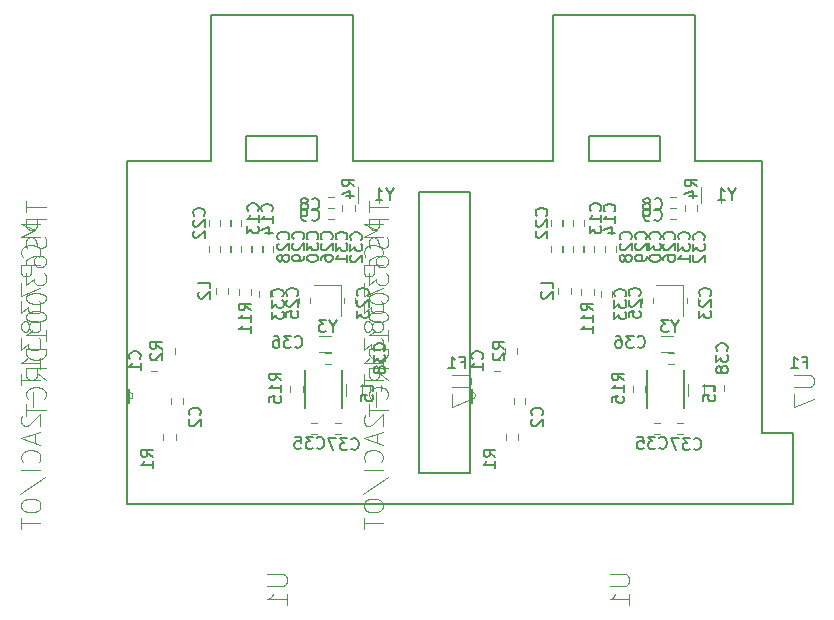
<source format=gbr>
%TF.GenerationSoftware,KiCad,Pcbnew,4.0.7*%
%TF.CreationDate,2019-06-15T20:20:24-05:00*%
%TF.ProjectId,GolfGloveMainBoardV1.0.0,476F6C66476C6F76654D61696E426F61,rev?*%
%TF.FileFunction,Legend,Bot*%
%FSLAX46Y46*%
G04 Gerber Fmt 4.6, Leading zero omitted, Abs format (unit mm)*
G04 Created by KiCad (PCBNEW 4.0.7) date 06/15/19 20:20:24*
%MOMM*%
%LPD*%
G01*
G04 APERTURE LIST*
%ADD10C,0.100000*%
%ADD11C,0.150000*%
%ADD12C,0.120000*%
%ADD13C,0.152400*%
%ADD14C,0.050000*%
G04 APERTURE END LIST*
D10*
D11*
X156650000Y-73250000D02*
X156650000Y-50250000D01*
X159250000Y-79300000D02*
X156650000Y-79300000D01*
X159250000Y-73250000D02*
X159250000Y-79300000D01*
X156650000Y-73250000D02*
X159250000Y-73250000D01*
X131900000Y-76625000D02*
X131900000Y-75525000D01*
X127650000Y-76625000D02*
X131900000Y-76625000D01*
X127650000Y-52875000D02*
X127650000Y-76625000D01*
X131900000Y-75525000D02*
X131900000Y-52875000D01*
X127650000Y-52875000D02*
X131900000Y-52875000D01*
X131900000Y-50250000D02*
X127650000Y-50250000D01*
X156650000Y-79300000D02*
X102900000Y-79300000D01*
X139000000Y-48100000D02*
X139000000Y-37900000D01*
X139000000Y-37900000D02*
X151000000Y-37900000D01*
X151000000Y-37900000D02*
X151000000Y-48100000D01*
X131900000Y-50250000D02*
X139000000Y-50250000D01*
X139000000Y-50250000D02*
X139000000Y-48100000D01*
X151000000Y-48100000D02*
X151000000Y-50250000D01*
X151000000Y-50250000D02*
X156650000Y-50250000D01*
X142000000Y-48100000D02*
X142000000Y-50275000D01*
X148000000Y-48100000D02*
X148000000Y-50250000D01*
X148000000Y-50275000D02*
X142000000Y-50275000D01*
X142000000Y-48100000D02*
X148000000Y-48100000D01*
X113000000Y-48100000D02*
X119000000Y-48100000D01*
X119000000Y-50275000D02*
X113000000Y-50275000D01*
X119000000Y-48100000D02*
X119000000Y-50250000D01*
X113000000Y-48100000D02*
X113000000Y-50275000D01*
X122000000Y-50250000D02*
X127650000Y-50250000D01*
X122000000Y-48100000D02*
X122000000Y-50250000D01*
X110000000Y-50250000D02*
X110000000Y-48100000D01*
X102900000Y-50250000D02*
X110000000Y-50250000D01*
X102900000Y-50250000D02*
X102900000Y-50350000D01*
X102900000Y-50350000D02*
X102900000Y-79300000D01*
X122000000Y-37900000D02*
X122000000Y-48100000D01*
X110000000Y-37900000D02*
X122000000Y-37900000D01*
X110000000Y-48100000D02*
X110000000Y-37900000D01*
D12*
X147700000Y-60700000D02*
X150000000Y-60700000D01*
X150000000Y-60700000D02*
X150000000Y-63400000D01*
X151450000Y-53775000D02*
X151450000Y-52425000D01*
X153200000Y-53775000D02*
X153200000Y-52425000D01*
D13*
X146925200Y-71124800D02*
X146925200Y-67975200D01*
X150074800Y-67975200D02*
X150074800Y-71124800D01*
X132100600Y-70734600D02*
X132100600Y-70429800D01*
X132100600Y-70429800D02*
X132100600Y-69820200D01*
X132100600Y-69820200D02*
X132100600Y-69515400D01*
D10*
X132100600Y-70429800D02*
G75*
G03X132100600Y-69820200I0J304800D01*
G01*
D12*
X146755000Y-69300000D02*
X146755000Y-69800000D01*
X145695000Y-69800000D02*
X145695000Y-69300000D01*
X142430000Y-61050000D02*
X142430000Y-61550000D01*
X141370000Y-61550000D02*
X141370000Y-61050000D01*
X150120000Y-54450000D02*
X150120000Y-53950000D01*
X151180000Y-53950000D02*
X151180000Y-54450000D01*
X134895000Y-66575000D02*
X134895000Y-66075000D01*
X135955000Y-66075000D02*
X135955000Y-66575000D01*
X134970000Y-73875000D02*
X134970000Y-73375000D01*
X136030000Y-73375000D02*
X136030000Y-73875000D01*
X151755000Y-70100000D02*
X151755000Y-69100000D01*
X150395000Y-69100000D02*
X150395000Y-70100000D01*
X139395000Y-61525000D02*
X139395000Y-61025000D01*
X140455000Y-61025000D02*
X140455000Y-61525000D01*
X149125000Y-65045000D02*
X148125000Y-65045000D01*
X148125000Y-66405000D02*
X149125000Y-66405000D01*
X152480000Y-69675000D02*
X152480000Y-69175000D01*
X153420000Y-69175000D02*
X153420000Y-69675000D01*
X149500000Y-72430000D02*
X150000000Y-72430000D01*
X150000000Y-73370000D02*
X149500000Y-73370000D01*
X149175000Y-67445000D02*
X148675000Y-67445000D01*
X148675000Y-66505000D02*
X149175000Y-66505000D01*
X148000000Y-73370000D02*
X147500000Y-73370000D01*
X147500000Y-72430000D02*
X148000000Y-72430000D01*
X143970000Y-61250000D02*
X143970000Y-61750000D01*
X143030000Y-61750000D02*
X143030000Y-61250000D01*
X143330000Y-57950000D02*
X143330000Y-57450000D01*
X144270000Y-57450000D02*
X144270000Y-57950000D01*
X142430000Y-57950000D02*
X142430000Y-57450000D01*
X143370000Y-57450000D02*
X143370000Y-57950000D01*
X140630000Y-57950000D02*
X140630000Y-57450000D01*
X141570000Y-57450000D02*
X141570000Y-57950000D01*
X139730000Y-57950000D02*
X139730000Y-57450000D01*
X140670000Y-57450000D02*
X140670000Y-57950000D01*
X139770000Y-57450000D02*
X139770000Y-57950000D01*
X138830000Y-57950000D02*
X138830000Y-57450000D01*
X141530000Y-57950000D02*
X141530000Y-57450000D01*
X142470000Y-57450000D02*
X142470000Y-57950000D01*
X147420000Y-61800000D02*
X147420000Y-62300000D01*
X146480000Y-62300000D02*
X146480000Y-61800000D01*
X150280000Y-62300000D02*
X150280000Y-61800000D01*
X151220000Y-61800000D02*
X151220000Y-62300000D01*
X138830000Y-55750000D02*
X138830000Y-55250000D01*
X139770000Y-55250000D02*
X139770000Y-55750000D01*
X141570000Y-55250000D02*
X141570000Y-55750000D01*
X140630000Y-55750000D02*
X140630000Y-55250000D01*
X140670000Y-55250000D02*
X140670000Y-55750000D01*
X139730000Y-55750000D02*
X139730000Y-55250000D01*
X149400000Y-55120000D02*
X148900000Y-55120000D01*
X148900000Y-54180000D02*
X149400000Y-54180000D01*
X148900000Y-53280000D02*
X149400000Y-53280000D01*
X149400000Y-54220000D02*
X148900000Y-54220000D01*
X135655000Y-70775000D02*
X135655000Y-70275000D01*
X136595000Y-70275000D02*
X136595000Y-70775000D01*
X133950000Y-67105000D02*
X134450000Y-67105000D01*
X134450000Y-68045000D02*
X133950000Y-68045000D01*
X104950000Y-67105000D02*
X105450000Y-67105000D01*
X105450000Y-68045000D02*
X104950000Y-68045000D01*
X106655000Y-70775000D02*
X106655000Y-70275000D01*
X107595000Y-70275000D02*
X107595000Y-70775000D01*
X119900000Y-53280000D02*
X120400000Y-53280000D01*
X120400000Y-54220000D02*
X119900000Y-54220000D01*
X120400000Y-55120000D02*
X119900000Y-55120000D01*
X119900000Y-54180000D02*
X120400000Y-54180000D01*
X111670000Y-55250000D02*
X111670000Y-55750000D01*
X110730000Y-55750000D02*
X110730000Y-55250000D01*
X112570000Y-55250000D02*
X112570000Y-55750000D01*
X111630000Y-55750000D02*
X111630000Y-55250000D01*
X109830000Y-55750000D02*
X109830000Y-55250000D01*
X110770000Y-55250000D02*
X110770000Y-55750000D01*
X121280000Y-62300000D02*
X121280000Y-61800000D01*
X122220000Y-61800000D02*
X122220000Y-62300000D01*
X118420000Y-61800000D02*
X118420000Y-62300000D01*
X117480000Y-62300000D02*
X117480000Y-61800000D01*
X112530000Y-57950000D02*
X112530000Y-57450000D01*
X113470000Y-57450000D02*
X113470000Y-57950000D01*
X110770000Y-57450000D02*
X110770000Y-57950000D01*
X109830000Y-57950000D02*
X109830000Y-57450000D01*
X110730000Y-57950000D02*
X110730000Y-57450000D01*
X111670000Y-57450000D02*
X111670000Y-57950000D01*
X111630000Y-57950000D02*
X111630000Y-57450000D01*
X112570000Y-57450000D02*
X112570000Y-57950000D01*
X113430000Y-57950000D02*
X113430000Y-57450000D01*
X114370000Y-57450000D02*
X114370000Y-57950000D01*
X114330000Y-57950000D02*
X114330000Y-57450000D01*
X115270000Y-57450000D02*
X115270000Y-57950000D01*
X114970000Y-61250000D02*
X114970000Y-61750000D01*
X114030000Y-61750000D02*
X114030000Y-61250000D01*
X119000000Y-73370000D02*
X118500000Y-73370000D01*
X118500000Y-72430000D02*
X119000000Y-72430000D01*
X120175000Y-67445000D02*
X119675000Y-67445000D01*
X119675000Y-66505000D02*
X120175000Y-66505000D01*
X120500000Y-72430000D02*
X121000000Y-72430000D01*
X121000000Y-73370000D02*
X120500000Y-73370000D01*
X123480000Y-69675000D02*
X123480000Y-69175000D01*
X124420000Y-69175000D02*
X124420000Y-69675000D01*
X120125000Y-65045000D02*
X119125000Y-65045000D01*
X119125000Y-66405000D02*
X120125000Y-66405000D01*
X110395000Y-61525000D02*
X110395000Y-61025000D01*
X111455000Y-61025000D02*
X111455000Y-61525000D01*
X122755000Y-70100000D02*
X122755000Y-69100000D01*
X121395000Y-69100000D02*
X121395000Y-70100000D01*
X105970000Y-73875000D02*
X105970000Y-73375000D01*
X107030000Y-73375000D02*
X107030000Y-73875000D01*
X105895000Y-66575000D02*
X105895000Y-66075000D01*
X106955000Y-66075000D02*
X106955000Y-66575000D01*
X121120000Y-54450000D02*
X121120000Y-53950000D01*
X122180000Y-53950000D02*
X122180000Y-54450000D01*
X113430000Y-61050000D02*
X113430000Y-61550000D01*
X112370000Y-61550000D02*
X112370000Y-61050000D01*
X117755000Y-69300000D02*
X117755000Y-69800000D01*
X116695000Y-69800000D02*
X116695000Y-69300000D01*
D13*
X103100600Y-70734600D02*
X103100600Y-70429800D01*
X103100600Y-70429800D02*
X103100600Y-69820200D01*
X103100600Y-69820200D02*
X103100600Y-69515400D01*
D10*
X103100600Y-70429800D02*
G75*
G03X103100600Y-69820200I0J304800D01*
G01*
D13*
X117925200Y-71124800D02*
X117925200Y-67975200D01*
X121074800Y-67975200D02*
X121074800Y-71124800D01*
D12*
X122450000Y-53775000D02*
X122450000Y-52425000D01*
X124200000Y-53775000D02*
X124200000Y-52425000D01*
X118700000Y-60700000D02*
X121000000Y-60700000D01*
X121000000Y-60700000D02*
X121000000Y-63400000D01*
D11*
X149326191Y-64226190D02*
X149326191Y-64702381D01*
X149659524Y-63702381D02*
X149326191Y-64226190D01*
X148992857Y-63702381D01*
X148754762Y-63702381D02*
X148135714Y-63702381D01*
X148469048Y-64083333D01*
X148326190Y-64083333D01*
X148230952Y-64130952D01*
X148183333Y-64178571D01*
X148135714Y-64273810D01*
X148135714Y-64511905D01*
X148183333Y-64607143D01*
X148230952Y-64654762D01*
X148326190Y-64702381D01*
X148611905Y-64702381D01*
X148707143Y-64654762D01*
X148754762Y-64607143D01*
X154126191Y-53051190D02*
X154126191Y-53527381D01*
X154459524Y-52527381D02*
X154126191Y-53051190D01*
X153792857Y-52527381D01*
X152935714Y-53527381D02*
X153507143Y-53527381D01*
X153221429Y-53527381D02*
X153221429Y-52527381D01*
X153316667Y-52670238D01*
X153411905Y-52765476D01*
X153507143Y-52813095D01*
D14*
X159400903Y-68399082D02*
X160730003Y-68399082D01*
X160886368Y-68477264D01*
X160964550Y-68555447D01*
X161042733Y-68711811D01*
X161042733Y-69024541D01*
X160964550Y-69180906D01*
X160886368Y-69259088D01*
X160730003Y-69337270D01*
X159400903Y-69337270D01*
X159400903Y-69962729D02*
X159400903Y-71057282D01*
X161042733Y-70353641D01*
X123375727Y-53654077D02*
X123375727Y-54592449D01*
X125017877Y-54123263D02*
X123375727Y-54123263D01*
X125017877Y-55139832D02*
X123375727Y-55139832D01*
X123375727Y-55765413D01*
X123453925Y-55921808D01*
X123532123Y-56000006D01*
X123688518Y-56078204D01*
X123923111Y-56078204D01*
X124079506Y-56000006D01*
X124157704Y-55921808D01*
X124235901Y-55765413D01*
X124235901Y-55139832D01*
X124939680Y-56703784D02*
X125017877Y-56938377D01*
X125017877Y-57329365D01*
X124939680Y-57485761D01*
X124861482Y-57563958D01*
X124705087Y-57642156D01*
X124548692Y-57642156D01*
X124392296Y-57563958D01*
X124314099Y-57485761D01*
X124235901Y-57329365D01*
X124157704Y-57016575D01*
X124079506Y-56860180D01*
X124001308Y-56781982D01*
X123844913Y-56703784D01*
X123688518Y-56703784D01*
X123532123Y-56781982D01*
X123453925Y-56860180D01*
X123375727Y-57016575D01*
X123375727Y-57407563D01*
X123453925Y-57642156D01*
X123375727Y-59049713D02*
X123375727Y-58736922D01*
X123453925Y-58580527D01*
X123532123Y-58502329D01*
X123766715Y-58345934D01*
X124079506Y-58267736D01*
X124705087Y-58267736D01*
X124861482Y-58345934D01*
X124939680Y-58424132D01*
X125017877Y-58580527D01*
X125017877Y-58893317D01*
X124939680Y-59049713D01*
X124861482Y-59127910D01*
X124705087Y-59206108D01*
X124314099Y-59206108D01*
X124157704Y-59127910D01*
X124079506Y-59049713D01*
X124001308Y-58893317D01*
X124001308Y-58580527D01*
X124079506Y-58424132D01*
X124157704Y-58345934D01*
X124314099Y-58267736D01*
X123375727Y-59753491D02*
X123375727Y-60770060D01*
X124001308Y-60222677D01*
X124001308Y-60457269D01*
X124079506Y-60613665D01*
X124157704Y-60691862D01*
X124314099Y-60770060D01*
X124705087Y-60770060D01*
X124861482Y-60691862D01*
X124939680Y-60613665D01*
X125017877Y-60457269D01*
X125017877Y-59988084D01*
X124939680Y-59831688D01*
X124861482Y-59753491D01*
X123375727Y-61786629D02*
X123375727Y-61943024D01*
X123453925Y-62099419D01*
X123532123Y-62177617D01*
X123688518Y-62255814D01*
X124001308Y-62334012D01*
X124392296Y-62334012D01*
X124705087Y-62255814D01*
X124861482Y-62177617D01*
X124939680Y-62099419D01*
X125017877Y-61943024D01*
X125017877Y-61786629D01*
X124939680Y-61630233D01*
X124861482Y-61552036D01*
X124705087Y-61473838D01*
X124392296Y-61395640D01*
X124001308Y-61395640D01*
X123688518Y-61473838D01*
X123532123Y-61552036D01*
X123453925Y-61630233D01*
X123375727Y-61786629D01*
X123375727Y-63350581D02*
X123375727Y-63506976D01*
X123453925Y-63663371D01*
X123532123Y-63741569D01*
X123688518Y-63819766D01*
X124001308Y-63897964D01*
X124392296Y-63897964D01*
X124705087Y-63819766D01*
X124861482Y-63741569D01*
X124939680Y-63663371D01*
X125017877Y-63506976D01*
X125017877Y-63350581D01*
X124939680Y-63194185D01*
X124861482Y-63115988D01*
X124705087Y-63037790D01*
X124392296Y-62959592D01*
X124001308Y-62959592D01*
X123688518Y-63037790D01*
X123532123Y-63115988D01*
X123453925Y-63194185D01*
X123375727Y-63350581D01*
X125017877Y-65461916D02*
X125017877Y-64523544D01*
X125017877Y-64992730D02*
X123375727Y-64992730D01*
X123610320Y-64836335D01*
X123766715Y-64679940D01*
X123844913Y-64523544D01*
X125017877Y-66165694D02*
X123375727Y-66165694D01*
X123375727Y-66556682D01*
X123453925Y-66791275D01*
X123610320Y-66947670D01*
X123766715Y-67025868D01*
X124079506Y-67104066D01*
X124314099Y-67104066D01*
X124626889Y-67025868D01*
X124783285Y-66947670D01*
X124939680Y-66791275D01*
X125017877Y-66556682D01*
X125017877Y-66165694D01*
X125017877Y-68746216D02*
X124235901Y-68198832D01*
X125017877Y-67807844D02*
X123375727Y-67807844D01*
X123375727Y-68433425D01*
X123453925Y-68589820D01*
X123532123Y-68668018D01*
X123688518Y-68746216D01*
X123923111Y-68746216D01*
X124079506Y-68668018D01*
X124157704Y-68589820D01*
X124235901Y-68433425D01*
X124235901Y-67807844D01*
X124861482Y-70388366D02*
X124939680Y-70310168D01*
X125017877Y-70075575D01*
X125017877Y-69919180D01*
X124939680Y-69684587D01*
X124783285Y-69528192D01*
X124626889Y-69449994D01*
X124314099Y-69371796D01*
X124079506Y-69371796D01*
X123766715Y-69449994D01*
X123610320Y-69528192D01*
X123453925Y-69684587D01*
X123375727Y-69919180D01*
X123375727Y-70075575D01*
X123453925Y-70310168D01*
X123532123Y-70388366D01*
X123375727Y-70857551D02*
X123375727Y-71795923D01*
X125017877Y-71326737D02*
X123375727Y-71326737D01*
X143776428Y-85249813D02*
X145104752Y-85249813D01*
X145261025Y-85327950D01*
X145339162Y-85406087D01*
X145417298Y-85562360D01*
X145417298Y-85874907D01*
X145339162Y-86031180D01*
X145261025Y-86109317D01*
X145104752Y-86187453D01*
X143776428Y-86187453D01*
X145417298Y-87828324D02*
X145417298Y-86890684D01*
X145417298Y-87359504D02*
X143776428Y-87359504D01*
X144010838Y-87203230D01*
X144167112Y-87046957D01*
X144245248Y-86890684D01*
X124567927Y-55563833D02*
X122925667Y-55563833D01*
X124098710Y-56111253D01*
X122925667Y-56658673D01*
X124567927Y-56658673D01*
X124411521Y-58379137D02*
X124489724Y-58300934D01*
X124567927Y-58066325D01*
X124567927Y-57909919D01*
X124489724Y-57675311D01*
X124333319Y-57518905D01*
X124176913Y-57440702D01*
X123864101Y-57362499D01*
X123629493Y-57362499D01*
X123316681Y-57440702D01*
X123160276Y-57518905D01*
X123003870Y-57675311D01*
X122925667Y-57909919D01*
X122925667Y-58066325D01*
X123003870Y-58300934D01*
X123082073Y-58379137D01*
X124567927Y-59082962D02*
X122925667Y-59082962D01*
X122925667Y-59708585D01*
X123003870Y-59864991D01*
X123082073Y-59943194D01*
X123238479Y-60021397D01*
X123473087Y-60021397D01*
X123629493Y-59943194D01*
X123707696Y-59864991D01*
X123785899Y-59708585D01*
X123785899Y-59082962D01*
X122925667Y-60568817D02*
X122925667Y-61663657D01*
X124567927Y-60959831D01*
X122925667Y-62132874D02*
X122925667Y-63149511D01*
X123551290Y-62602091D01*
X123551290Y-62836699D01*
X123629493Y-62993105D01*
X123707696Y-63071308D01*
X123864101Y-63149511D01*
X124255116Y-63149511D01*
X124411521Y-63071308D01*
X124489724Y-62993105D01*
X124567927Y-62836699D01*
X124567927Y-62367482D01*
X124489724Y-62211076D01*
X124411521Y-62132874D01*
X123629493Y-64087945D02*
X123551290Y-63931539D01*
X123473087Y-63853336D01*
X123316681Y-63775133D01*
X123238479Y-63775133D01*
X123082073Y-63853336D01*
X123003870Y-63931539D01*
X122925667Y-64087945D01*
X122925667Y-64400756D01*
X123003870Y-64557162D01*
X123082073Y-64635365D01*
X123238479Y-64713568D01*
X123316681Y-64713568D01*
X123473087Y-64635365D01*
X123551290Y-64557162D01*
X123629493Y-64400756D01*
X123629493Y-64087945D01*
X123707696Y-63931539D01*
X123785899Y-63853336D01*
X123942304Y-63775133D01*
X124255116Y-63775133D01*
X124411521Y-63853336D01*
X124489724Y-63931539D01*
X124567927Y-64087945D01*
X124567927Y-64400756D01*
X124489724Y-64557162D01*
X124411521Y-64635365D01*
X124255116Y-64713568D01*
X123942304Y-64713568D01*
X123785899Y-64635365D01*
X123707696Y-64557162D01*
X123629493Y-64400756D01*
X122925667Y-65260988D02*
X122925667Y-66277625D01*
X123551290Y-65730205D01*
X123551290Y-65964813D01*
X123629493Y-66121219D01*
X123707696Y-66199422D01*
X123864101Y-66277625D01*
X124255116Y-66277625D01*
X124411521Y-66199422D01*
X124489724Y-66121219D01*
X124567927Y-65964813D01*
X124567927Y-65495596D01*
X124489724Y-65339190D01*
X124411521Y-65260988D01*
X124567927Y-67841682D02*
X124567927Y-66903247D01*
X124567927Y-67372465D02*
X122925667Y-67372465D01*
X123160276Y-67216059D01*
X123316681Y-67059653D01*
X123394884Y-66903247D01*
X122925667Y-68310899D02*
X122925667Y-69249333D01*
X124567927Y-68780116D02*
X122925667Y-68780116D01*
X123942304Y-69796753D02*
X123942304Y-71047999D01*
X123082073Y-71751824D02*
X123003870Y-71830027D01*
X122925667Y-71986433D01*
X122925667Y-72377447D01*
X123003870Y-72533853D01*
X123082073Y-72612056D01*
X123238479Y-72690259D01*
X123394884Y-72690259D01*
X123629493Y-72612056D01*
X124567927Y-71673622D01*
X124567927Y-72690259D01*
X124098710Y-73315881D02*
X124098710Y-74097910D01*
X124567927Y-73159476D02*
X122925667Y-73706896D01*
X124567927Y-74254316D01*
X124411521Y-75740170D02*
X124489724Y-75661967D01*
X124567927Y-75427358D01*
X124567927Y-75270952D01*
X124489724Y-75036344D01*
X124333319Y-74879938D01*
X124176913Y-74801735D01*
X123864101Y-74723532D01*
X123629493Y-74723532D01*
X123316681Y-74801735D01*
X123160276Y-74879938D01*
X123003870Y-75036344D01*
X122925667Y-75270952D01*
X122925667Y-75427358D01*
X123003870Y-75661967D01*
X123082073Y-75740170D01*
X124567927Y-76443995D02*
X122925667Y-76443995D01*
X122847464Y-78399067D02*
X124958941Y-76991416D01*
X122925667Y-79259299D02*
X122925667Y-79572110D01*
X123003870Y-79728516D01*
X123160276Y-79884922D01*
X123473087Y-79963124D01*
X124020507Y-79963124D01*
X124333319Y-79884922D01*
X124489724Y-79728516D01*
X124567927Y-79572110D01*
X124567927Y-79259299D01*
X124489724Y-79102893D01*
X124333319Y-78946487D01*
X124020507Y-78868284D01*
X123473087Y-78868284D01*
X123160276Y-78946487D01*
X123003870Y-79102893D01*
X122925667Y-79259299D01*
X122925667Y-80432342D02*
X122925667Y-81370776D01*
X124567927Y-80901559D02*
X122925667Y-80901559D01*
D11*
X144952381Y-68807143D02*
X144476190Y-68473809D01*
X144952381Y-68235714D02*
X143952381Y-68235714D01*
X143952381Y-68616667D01*
X144000000Y-68711905D01*
X144047619Y-68759524D01*
X144142857Y-68807143D01*
X144285714Y-68807143D01*
X144380952Y-68759524D01*
X144428571Y-68711905D01*
X144476190Y-68616667D01*
X144476190Y-68235714D01*
X144952381Y-69759524D02*
X144952381Y-69188095D01*
X144952381Y-69473809D02*
X143952381Y-69473809D01*
X144095238Y-69378571D01*
X144190476Y-69283333D01*
X144238095Y-69188095D01*
X143952381Y-70664286D02*
X143952381Y-70188095D01*
X144428571Y-70140476D01*
X144380952Y-70188095D01*
X144333333Y-70283333D01*
X144333333Y-70521429D01*
X144380952Y-70616667D01*
X144428571Y-70664286D01*
X144523810Y-70711905D01*
X144761905Y-70711905D01*
X144857143Y-70664286D01*
X144904762Y-70616667D01*
X144952381Y-70521429D01*
X144952381Y-70283333D01*
X144904762Y-70188095D01*
X144857143Y-70140476D01*
X142352381Y-62882143D02*
X141876190Y-62548809D01*
X142352381Y-62310714D02*
X141352381Y-62310714D01*
X141352381Y-62691667D01*
X141400000Y-62786905D01*
X141447619Y-62834524D01*
X141542857Y-62882143D01*
X141685714Y-62882143D01*
X141780952Y-62834524D01*
X141828571Y-62786905D01*
X141876190Y-62691667D01*
X141876190Y-62310714D01*
X142352381Y-63834524D02*
X142352381Y-63263095D01*
X142352381Y-63548809D02*
X141352381Y-63548809D01*
X141495238Y-63453571D01*
X141590476Y-63358333D01*
X141638095Y-63263095D01*
X142352381Y-64786905D02*
X142352381Y-64215476D01*
X142352381Y-64501190D02*
X141352381Y-64501190D01*
X141495238Y-64405952D01*
X141590476Y-64310714D01*
X141638095Y-64215476D01*
X151127381Y-52383334D02*
X150651190Y-52050000D01*
X151127381Y-51811905D02*
X150127381Y-51811905D01*
X150127381Y-52192858D01*
X150175000Y-52288096D01*
X150222619Y-52335715D01*
X150317857Y-52383334D01*
X150460714Y-52383334D01*
X150555952Y-52335715D01*
X150603571Y-52288096D01*
X150651190Y-52192858D01*
X150651190Y-51811905D01*
X150460714Y-53240477D02*
X151127381Y-53240477D01*
X150079762Y-53002381D02*
X150794048Y-52764286D01*
X150794048Y-53383334D01*
X134852381Y-66158334D02*
X134376190Y-65825000D01*
X134852381Y-65586905D02*
X133852381Y-65586905D01*
X133852381Y-65967858D01*
X133900000Y-66063096D01*
X133947619Y-66110715D01*
X134042857Y-66158334D01*
X134185714Y-66158334D01*
X134280952Y-66110715D01*
X134328571Y-66063096D01*
X134376190Y-65967858D01*
X134376190Y-65586905D01*
X133947619Y-66539286D02*
X133900000Y-66586905D01*
X133852381Y-66682143D01*
X133852381Y-66920239D01*
X133900000Y-67015477D01*
X133947619Y-67063096D01*
X134042857Y-67110715D01*
X134138095Y-67110715D01*
X134280952Y-67063096D01*
X134852381Y-66491667D01*
X134852381Y-67110715D01*
X134077381Y-75283334D02*
X133601190Y-74950000D01*
X134077381Y-74711905D02*
X133077381Y-74711905D01*
X133077381Y-75092858D01*
X133125000Y-75188096D01*
X133172619Y-75235715D01*
X133267857Y-75283334D01*
X133410714Y-75283334D01*
X133505952Y-75235715D01*
X133553571Y-75188096D01*
X133601190Y-75092858D01*
X133601190Y-74711905D01*
X134077381Y-76235715D02*
X134077381Y-75664286D01*
X134077381Y-75950000D02*
X133077381Y-75950000D01*
X133220238Y-75854762D01*
X133315476Y-75759524D01*
X133363095Y-75664286D01*
X152702381Y-69733334D02*
X152702381Y-69257143D01*
X151702381Y-69257143D01*
X151702381Y-70542858D02*
X151702381Y-70066667D01*
X152178571Y-70019048D01*
X152130952Y-70066667D01*
X152083333Y-70161905D01*
X152083333Y-70400001D01*
X152130952Y-70495239D01*
X152178571Y-70542858D01*
X152273810Y-70590477D01*
X152511905Y-70590477D01*
X152607143Y-70542858D01*
X152654762Y-70495239D01*
X152702381Y-70400001D01*
X152702381Y-70161905D01*
X152654762Y-70066667D01*
X152607143Y-70019048D01*
X138927381Y-61033334D02*
X138927381Y-60557143D01*
X137927381Y-60557143D01*
X138022619Y-61319048D02*
X137975000Y-61366667D01*
X137927381Y-61461905D01*
X137927381Y-61700001D01*
X137975000Y-61795239D01*
X138022619Y-61842858D01*
X138117857Y-61890477D01*
X138213095Y-61890477D01*
X138355952Y-61842858D01*
X138927381Y-61271429D01*
X138927381Y-61890477D01*
X160158333Y-67278571D02*
X160491667Y-67278571D01*
X160491667Y-67802381D02*
X160491667Y-66802381D01*
X160015476Y-66802381D01*
X159110714Y-67802381D02*
X159682143Y-67802381D01*
X159396429Y-67802381D02*
X159396429Y-66802381D01*
X159491667Y-66945238D01*
X159586905Y-67040476D01*
X159682143Y-67088095D01*
X153682143Y-66307143D02*
X153729762Y-66259524D01*
X153777381Y-66116667D01*
X153777381Y-66021429D01*
X153729762Y-65878571D01*
X153634524Y-65783333D01*
X153539286Y-65735714D01*
X153348810Y-65688095D01*
X153205952Y-65688095D01*
X153015476Y-65735714D01*
X152920238Y-65783333D01*
X152825000Y-65878571D01*
X152777381Y-66021429D01*
X152777381Y-66116667D01*
X152825000Y-66259524D01*
X152872619Y-66307143D01*
X152777381Y-66640476D02*
X152777381Y-67259524D01*
X153158333Y-66926190D01*
X153158333Y-67069048D01*
X153205952Y-67164286D01*
X153253571Y-67211905D01*
X153348810Y-67259524D01*
X153586905Y-67259524D01*
X153682143Y-67211905D01*
X153729762Y-67164286D01*
X153777381Y-67069048D01*
X153777381Y-66783333D01*
X153729762Y-66688095D01*
X153682143Y-66640476D01*
X153205952Y-67830952D02*
X153158333Y-67735714D01*
X153110714Y-67688095D01*
X153015476Y-67640476D01*
X152967857Y-67640476D01*
X152872619Y-67688095D01*
X152825000Y-67735714D01*
X152777381Y-67830952D01*
X152777381Y-68021429D01*
X152825000Y-68116667D01*
X152872619Y-68164286D01*
X152967857Y-68211905D01*
X153015476Y-68211905D01*
X153110714Y-68164286D01*
X153158333Y-68116667D01*
X153205952Y-68021429D01*
X153205952Y-67830952D01*
X153253571Y-67735714D01*
X153301190Y-67688095D01*
X153396429Y-67640476D01*
X153586905Y-67640476D01*
X153682143Y-67688095D01*
X153729762Y-67735714D01*
X153777381Y-67830952D01*
X153777381Y-68021429D01*
X153729762Y-68116667D01*
X153682143Y-68164286D01*
X153586905Y-68211905D01*
X153396429Y-68211905D01*
X153301190Y-68164286D01*
X153253571Y-68116667D01*
X153205952Y-68021429D01*
X150892857Y-74607143D02*
X150940476Y-74654762D01*
X151083333Y-74702381D01*
X151178571Y-74702381D01*
X151321429Y-74654762D01*
X151416667Y-74559524D01*
X151464286Y-74464286D01*
X151511905Y-74273810D01*
X151511905Y-74130952D01*
X151464286Y-73940476D01*
X151416667Y-73845238D01*
X151321429Y-73750000D01*
X151178571Y-73702381D01*
X151083333Y-73702381D01*
X150940476Y-73750000D01*
X150892857Y-73797619D01*
X150559524Y-73702381D02*
X149940476Y-73702381D01*
X150273810Y-74083333D01*
X150130952Y-74083333D01*
X150035714Y-74130952D01*
X149988095Y-74178571D01*
X149940476Y-74273810D01*
X149940476Y-74511905D01*
X149988095Y-74607143D01*
X150035714Y-74654762D01*
X150130952Y-74702381D01*
X150416667Y-74702381D01*
X150511905Y-74654762D01*
X150559524Y-74607143D01*
X149607143Y-73702381D02*
X148940476Y-73702381D01*
X149369048Y-74702381D01*
X146117857Y-65957143D02*
X146165476Y-66004762D01*
X146308333Y-66052381D01*
X146403571Y-66052381D01*
X146546429Y-66004762D01*
X146641667Y-65909524D01*
X146689286Y-65814286D01*
X146736905Y-65623810D01*
X146736905Y-65480952D01*
X146689286Y-65290476D01*
X146641667Y-65195238D01*
X146546429Y-65100000D01*
X146403571Y-65052381D01*
X146308333Y-65052381D01*
X146165476Y-65100000D01*
X146117857Y-65147619D01*
X145784524Y-65052381D02*
X145165476Y-65052381D01*
X145498810Y-65433333D01*
X145355952Y-65433333D01*
X145260714Y-65480952D01*
X145213095Y-65528571D01*
X145165476Y-65623810D01*
X145165476Y-65861905D01*
X145213095Y-65957143D01*
X145260714Y-66004762D01*
X145355952Y-66052381D01*
X145641667Y-66052381D01*
X145736905Y-66004762D01*
X145784524Y-65957143D01*
X144308333Y-65052381D02*
X144498810Y-65052381D01*
X144594048Y-65100000D01*
X144641667Y-65147619D01*
X144736905Y-65290476D01*
X144784524Y-65480952D01*
X144784524Y-65861905D01*
X144736905Y-65957143D01*
X144689286Y-66004762D01*
X144594048Y-66052381D01*
X144403571Y-66052381D01*
X144308333Y-66004762D01*
X144260714Y-65957143D01*
X144213095Y-65861905D01*
X144213095Y-65623810D01*
X144260714Y-65528571D01*
X144308333Y-65480952D01*
X144403571Y-65433333D01*
X144594048Y-65433333D01*
X144689286Y-65480952D01*
X144736905Y-65528571D01*
X144784524Y-65623810D01*
X147967857Y-74507143D02*
X148015476Y-74554762D01*
X148158333Y-74602381D01*
X148253571Y-74602381D01*
X148396429Y-74554762D01*
X148491667Y-74459524D01*
X148539286Y-74364286D01*
X148586905Y-74173810D01*
X148586905Y-74030952D01*
X148539286Y-73840476D01*
X148491667Y-73745238D01*
X148396429Y-73650000D01*
X148253571Y-73602381D01*
X148158333Y-73602381D01*
X148015476Y-73650000D01*
X147967857Y-73697619D01*
X147634524Y-73602381D02*
X147015476Y-73602381D01*
X147348810Y-73983333D01*
X147205952Y-73983333D01*
X147110714Y-74030952D01*
X147063095Y-74078571D01*
X147015476Y-74173810D01*
X147015476Y-74411905D01*
X147063095Y-74507143D01*
X147110714Y-74554762D01*
X147205952Y-74602381D01*
X147491667Y-74602381D01*
X147586905Y-74554762D01*
X147634524Y-74507143D01*
X146110714Y-73602381D02*
X146586905Y-73602381D01*
X146634524Y-74078571D01*
X146586905Y-74030952D01*
X146491667Y-73983333D01*
X146253571Y-73983333D01*
X146158333Y-74030952D01*
X146110714Y-74078571D01*
X146063095Y-74173810D01*
X146063095Y-74411905D01*
X146110714Y-74507143D01*
X146158333Y-74554762D01*
X146253571Y-74602381D01*
X146491667Y-74602381D01*
X146586905Y-74554762D01*
X146634524Y-74507143D01*
X145057143Y-61707143D02*
X145104762Y-61659524D01*
X145152381Y-61516667D01*
X145152381Y-61421429D01*
X145104762Y-61278571D01*
X145009524Y-61183333D01*
X144914286Y-61135714D01*
X144723810Y-61088095D01*
X144580952Y-61088095D01*
X144390476Y-61135714D01*
X144295238Y-61183333D01*
X144200000Y-61278571D01*
X144152381Y-61421429D01*
X144152381Y-61516667D01*
X144200000Y-61659524D01*
X144247619Y-61707143D01*
X144152381Y-62040476D02*
X144152381Y-62659524D01*
X144533333Y-62326190D01*
X144533333Y-62469048D01*
X144580952Y-62564286D01*
X144628571Y-62611905D01*
X144723810Y-62659524D01*
X144961905Y-62659524D01*
X145057143Y-62611905D01*
X145104762Y-62564286D01*
X145152381Y-62469048D01*
X145152381Y-62183333D01*
X145104762Y-62088095D01*
X145057143Y-62040476D01*
X144152381Y-62992857D02*
X144152381Y-63611905D01*
X144533333Y-63278571D01*
X144533333Y-63421429D01*
X144580952Y-63516667D01*
X144628571Y-63564286D01*
X144723810Y-63611905D01*
X144961905Y-63611905D01*
X145057143Y-63564286D01*
X145104762Y-63516667D01*
X145152381Y-63421429D01*
X145152381Y-63135714D01*
X145104762Y-63040476D01*
X145057143Y-62992857D01*
X151707143Y-56907143D02*
X151754762Y-56859524D01*
X151802381Y-56716667D01*
X151802381Y-56621429D01*
X151754762Y-56478571D01*
X151659524Y-56383333D01*
X151564286Y-56335714D01*
X151373810Y-56288095D01*
X151230952Y-56288095D01*
X151040476Y-56335714D01*
X150945238Y-56383333D01*
X150850000Y-56478571D01*
X150802381Y-56621429D01*
X150802381Y-56716667D01*
X150850000Y-56859524D01*
X150897619Y-56907143D01*
X150802381Y-57240476D02*
X150802381Y-57859524D01*
X151183333Y-57526190D01*
X151183333Y-57669048D01*
X151230952Y-57764286D01*
X151278571Y-57811905D01*
X151373810Y-57859524D01*
X151611905Y-57859524D01*
X151707143Y-57811905D01*
X151754762Y-57764286D01*
X151802381Y-57669048D01*
X151802381Y-57383333D01*
X151754762Y-57288095D01*
X151707143Y-57240476D01*
X150897619Y-58240476D02*
X150850000Y-58288095D01*
X150802381Y-58383333D01*
X150802381Y-58621429D01*
X150850000Y-58716667D01*
X150897619Y-58764286D01*
X150992857Y-58811905D01*
X151088095Y-58811905D01*
X151230952Y-58764286D01*
X151802381Y-58192857D01*
X151802381Y-58811905D01*
X150457143Y-56882143D02*
X150504762Y-56834524D01*
X150552381Y-56691667D01*
X150552381Y-56596429D01*
X150504762Y-56453571D01*
X150409524Y-56358333D01*
X150314286Y-56310714D01*
X150123810Y-56263095D01*
X149980952Y-56263095D01*
X149790476Y-56310714D01*
X149695238Y-56358333D01*
X149600000Y-56453571D01*
X149552381Y-56596429D01*
X149552381Y-56691667D01*
X149600000Y-56834524D01*
X149647619Y-56882143D01*
X149552381Y-57215476D02*
X149552381Y-57834524D01*
X149933333Y-57501190D01*
X149933333Y-57644048D01*
X149980952Y-57739286D01*
X150028571Y-57786905D01*
X150123810Y-57834524D01*
X150361905Y-57834524D01*
X150457143Y-57786905D01*
X150504762Y-57739286D01*
X150552381Y-57644048D01*
X150552381Y-57358333D01*
X150504762Y-57263095D01*
X150457143Y-57215476D01*
X150552381Y-58786905D02*
X150552381Y-58215476D01*
X150552381Y-58501190D02*
X149552381Y-58501190D01*
X149695238Y-58405952D01*
X149790476Y-58310714D01*
X149838095Y-58215476D01*
X148007143Y-56857143D02*
X148054762Y-56809524D01*
X148102381Y-56666667D01*
X148102381Y-56571429D01*
X148054762Y-56428571D01*
X147959524Y-56333333D01*
X147864286Y-56285714D01*
X147673810Y-56238095D01*
X147530952Y-56238095D01*
X147340476Y-56285714D01*
X147245238Y-56333333D01*
X147150000Y-56428571D01*
X147102381Y-56571429D01*
X147102381Y-56666667D01*
X147150000Y-56809524D01*
X147197619Y-56857143D01*
X147102381Y-57190476D02*
X147102381Y-57809524D01*
X147483333Y-57476190D01*
X147483333Y-57619048D01*
X147530952Y-57714286D01*
X147578571Y-57761905D01*
X147673810Y-57809524D01*
X147911905Y-57809524D01*
X148007143Y-57761905D01*
X148054762Y-57714286D01*
X148102381Y-57619048D01*
X148102381Y-57333333D01*
X148054762Y-57238095D01*
X148007143Y-57190476D01*
X147102381Y-58428571D02*
X147102381Y-58523810D01*
X147150000Y-58619048D01*
X147197619Y-58666667D01*
X147292857Y-58714286D01*
X147483333Y-58761905D01*
X147721429Y-58761905D01*
X147911905Y-58714286D01*
X148007143Y-58666667D01*
X148054762Y-58619048D01*
X148102381Y-58523810D01*
X148102381Y-58428571D01*
X148054762Y-58333333D01*
X148007143Y-58285714D01*
X147911905Y-58238095D01*
X147721429Y-58190476D01*
X147483333Y-58190476D01*
X147292857Y-58238095D01*
X147197619Y-58285714D01*
X147150000Y-58333333D01*
X147102381Y-58428571D01*
X146807143Y-56832143D02*
X146854762Y-56784524D01*
X146902381Y-56641667D01*
X146902381Y-56546429D01*
X146854762Y-56403571D01*
X146759524Y-56308333D01*
X146664286Y-56260714D01*
X146473810Y-56213095D01*
X146330952Y-56213095D01*
X146140476Y-56260714D01*
X146045238Y-56308333D01*
X145950000Y-56403571D01*
X145902381Y-56546429D01*
X145902381Y-56641667D01*
X145950000Y-56784524D01*
X145997619Y-56832143D01*
X145997619Y-57213095D02*
X145950000Y-57260714D01*
X145902381Y-57355952D01*
X145902381Y-57594048D01*
X145950000Y-57689286D01*
X145997619Y-57736905D01*
X146092857Y-57784524D01*
X146188095Y-57784524D01*
X146330952Y-57736905D01*
X146902381Y-57165476D01*
X146902381Y-57784524D01*
X146902381Y-58260714D02*
X146902381Y-58451190D01*
X146854762Y-58546429D01*
X146807143Y-58594048D01*
X146664286Y-58689286D01*
X146473810Y-58736905D01*
X146092857Y-58736905D01*
X145997619Y-58689286D01*
X145950000Y-58641667D01*
X145902381Y-58546429D01*
X145902381Y-58355952D01*
X145950000Y-58260714D01*
X145997619Y-58213095D01*
X146092857Y-58165476D01*
X146330952Y-58165476D01*
X146426190Y-58213095D01*
X146473810Y-58260714D01*
X146521429Y-58355952D01*
X146521429Y-58546429D01*
X146473810Y-58641667D01*
X146426190Y-58689286D01*
X146330952Y-58736905D01*
X145532143Y-56857143D02*
X145579762Y-56809524D01*
X145627381Y-56666667D01*
X145627381Y-56571429D01*
X145579762Y-56428571D01*
X145484524Y-56333333D01*
X145389286Y-56285714D01*
X145198810Y-56238095D01*
X145055952Y-56238095D01*
X144865476Y-56285714D01*
X144770238Y-56333333D01*
X144675000Y-56428571D01*
X144627381Y-56571429D01*
X144627381Y-56666667D01*
X144675000Y-56809524D01*
X144722619Y-56857143D01*
X144722619Y-57238095D02*
X144675000Y-57285714D01*
X144627381Y-57380952D01*
X144627381Y-57619048D01*
X144675000Y-57714286D01*
X144722619Y-57761905D01*
X144817857Y-57809524D01*
X144913095Y-57809524D01*
X145055952Y-57761905D01*
X145627381Y-57190476D01*
X145627381Y-57809524D01*
X145055952Y-58380952D02*
X145008333Y-58285714D01*
X144960714Y-58238095D01*
X144865476Y-58190476D01*
X144817857Y-58190476D01*
X144722619Y-58238095D01*
X144675000Y-58285714D01*
X144627381Y-58380952D01*
X144627381Y-58571429D01*
X144675000Y-58666667D01*
X144722619Y-58714286D01*
X144817857Y-58761905D01*
X144865476Y-58761905D01*
X144960714Y-58714286D01*
X145008333Y-58666667D01*
X145055952Y-58571429D01*
X145055952Y-58380952D01*
X145103571Y-58285714D01*
X145151190Y-58238095D01*
X145246429Y-58190476D01*
X145436905Y-58190476D01*
X145532143Y-58238095D01*
X145579762Y-58285714D01*
X145627381Y-58380952D01*
X145627381Y-58571429D01*
X145579762Y-58666667D01*
X145532143Y-58714286D01*
X145436905Y-58761905D01*
X145246429Y-58761905D01*
X145151190Y-58714286D01*
X145103571Y-58666667D01*
X145055952Y-58571429D01*
X149207143Y-56857143D02*
X149254762Y-56809524D01*
X149302381Y-56666667D01*
X149302381Y-56571429D01*
X149254762Y-56428571D01*
X149159524Y-56333333D01*
X149064286Y-56285714D01*
X148873810Y-56238095D01*
X148730952Y-56238095D01*
X148540476Y-56285714D01*
X148445238Y-56333333D01*
X148350000Y-56428571D01*
X148302381Y-56571429D01*
X148302381Y-56666667D01*
X148350000Y-56809524D01*
X148397619Y-56857143D01*
X148397619Y-57238095D02*
X148350000Y-57285714D01*
X148302381Y-57380952D01*
X148302381Y-57619048D01*
X148350000Y-57714286D01*
X148397619Y-57761905D01*
X148492857Y-57809524D01*
X148588095Y-57809524D01*
X148730952Y-57761905D01*
X149302381Y-57190476D01*
X149302381Y-57809524D01*
X148302381Y-58666667D02*
X148302381Y-58476190D01*
X148350000Y-58380952D01*
X148397619Y-58333333D01*
X148540476Y-58238095D01*
X148730952Y-58190476D01*
X149111905Y-58190476D01*
X149207143Y-58238095D01*
X149254762Y-58285714D01*
X149302381Y-58380952D01*
X149302381Y-58571429D01*
X149254762Y-58666667D01*
X149207143Y-58714286D01*
X149111905Y-58761905D01*
X148873810Y-58761905D01*
X148778571Y-58714286D01*
X148730952Y-58666667D01*
X148683333Y-58571429D01*
X148683333Y-58380952D01*
X148730952Y-58285714D01*
X148778571Y-58238095D01*
X148873810Y-58190476D01*
X146282143Y-61632143D02*
X146329762Y-61584524D01*
X146377381Y-61441667D01*
X146377381Y-61346429D01*
X146329762Y-61203571D01*
X146234524Y-61108333D01*
X146139286Y-61060714D01*
X145948810Y-61013095D01*
X145805952Y-61013095D01*
X145615476Y-61060714D01*
X145520238Y-61108333D01*
X145425000Y-61203571D01*
X145377381Y-61346429D01*
X145377381Y-61441667D01*
X145425000Y-61584524D01*
X145472619Y-61632143D01*
X145472619Y-62013095D02*
X145425000Y-62060714D01*
X145377381Y-62155952D01*
X145377381Y-62394048D01*
X145425000Y-62489286D01*
X145472619Y-62536905D01*
X145567857Y-62584524D01*
X145663095Y-62584524D01*
X145805952Y-62536905D01*
X146377381Y-61965476D01*
X146377381Y-62584524D01*
X145377381Y-63489286D02*
X145377381Y-63013095D01*
X145853571Y-62965476D01*
X145805952Y-63013095D01*
X145758333Y-63108333D01*
X145758333Y-63346429D01*
X145805952Y-63441667D01*
X145853571Y-63489286D01*
X145948810Y-63536905D01*
X146186905Y-63536905D01*
X146282143Y-63489286D01*
X146329762Y-63441667D01*
X146377381Y-63346429D01*
X146377381Y-63108333D01*
X146329762Y-63013095D01*
X146282143Y-62965476D01*
X152257143Y-61632143D02*
X152304762Y-61584524D01*
X152352381Y-61441667D01*
X152352381Y-61346429D01*
X152304762Y-61203571D01*
X152209524Y-61108333D01*
X152114286Y-61060714D01*
X151923810Y-61013095D01*
X151780952Y-61013095D01*
X151590476Y-61060714D01*
X151495238Y-61108333D01*
X151400000Y-61203571D01*
X151352381Y-61346429D01*
X151352381Y-61441667D01*
X151400000Y-61584524D01*
X151447619Y-61632143D01*
X151447619Y-62013095D02*
X151400000Y-62060714D01*
X151352381Y-62155952D01*
X151352381Y-62394048D01*
X151400000Y-62489286D01*
X151447619Y-62536905D01*
X151542857Y-62584524D01*
X151638095Y-62584524D01*
X151780952Y-62536905D01*
X152352381Y-61965476D01*
X152352381Y-62584524D01*
X151352381Y-62917857D02*
X151352381Y-63536905D01*
X151733333Y-63203571D01*
X151733333Y-63346429D01*
X151780952Y-63441667D01*
X151828571Y-63489286D01*
X151923810Y-63536905D01*
X152161905Y-63536905D01*
X152257143Y-63489286D01*
X152304762Y-63441667D01*
X152352381Y-63346429D01*
X152352381Y-63060714D01*
X152304762Y-62965476D01*
X152257143Y-62917857D01*
X138387143Y-54857143D02*
X138434762Y-54809524D01*
X138482381Y-54666667D01*
X138482381Y-54571429D01*
X138434762Y-54428571D01*
X138339524Y-54333333D01*
X138244286Y-54285714D01*
X138053810Y-54238095D01*
X137910952Y-54238095D01*
X137720476Y-54285714D01*
X137625238Y-54333333D01*
X137530000Y-54428571D01*
X137482381Y-54571429D01*
X137482381Y-54666667D01*
X137530000Y-54809524D01*
X137577619Y-54857143D01*
X137577619Y-55238095D02*
X137530000Y-55285714D01*
X137482381Y-55380952D01*
X137482381Y-55619048D01*
X137530000Y-55714286D01*
X137577619Y-55761905D01*
X137672857Y-55809524D01*
X137768095Y-55809524D01*
X137910952Y-55761905D01*
X138482381Y-55190476D01*
X138482381Y-55809524D01*
X137577619Y-56190476D02*
X137530000Y-56238095D01*
X137482381Y-56333333D01*
X137482381Y-56571429D01*
X137530000Y-56666667D01*
X137577619Y-56714286D01*
X137672857Y-56761905D01*
X137768095Y-56761905D01*
X137910952Y-56714286D01*
X138482381Y-56142857D01*
X138482381Y-56761905D01*
X144157143Y-54507143D02*
X144204762Y-54459524D01*
X144252381Y-54316667D01*
X144252381Y-54221429D01*
X144204762Y-54078571D01*
X144109524Y-53983333D01*
X144014286Y-53935714D01*
X143823810Y-53888095D01*
X143680952Y-53888095D01*
X143490476Y-53935714D01*
X143395238Y-53983333D01*
X143300000Y-54078571D01*
X143252381Y-54221429D01*
X143252381Y-54316667D01*
X143300000Y-54459524D01*
X143347619Y-54507143D01*
X144252381Y-55459524D02*
X144252381Y-54888095D01*
X144252381Y-55173809D02*
X143252381Y-55173809D01*
X143395238Y-55078571D01*
X143490476Y-54983333D01*
X143538095Y-54888095D01*
X143585714Y-56316667D02*
X144252381Y-56316667D01*
X143204762Y-56078571D02*
X143919048Y-55840476D01*
X143919048Y-56459524D01*
X142957143Y-54457143D02*
X143004762Y-54409524D01*
X143052381Y-54266667D01*
X143052381Y-54171429D01*
X143004762Y-54028571D01*
X142909524Y-53933333D01*
X142814286Y-53885714D01*
X142623810Y-53838095D01*
X142480952Y-53838095D01*
X142290476Y-53885714D01*
X142195238Y-53933333D01*
X142100000Y-54028571D01*
X142052381Y-54171429D01*
X142052381Y-54266667D01*
X142100000Y-54409524D01*
X142147619Y-54457143D01*
X143052381Y-55409524D02*
X143052381Y-54838095D01*
X143052381Y-55123809D02*
X142052381Y-55123809D01*
X142195238Y-55028571D01*
X142290476Y-54933333D01*
X142338095Y-54838095D01*
X142052381Y-55742857D02*
X142052381Y-56361905D01*
X142433333Y-56028571D01*
X142433333Y-56171429D01*
X142480952Y-56266667D01*
X142528571Y-56314286D01*
X142623810Y-56361905D01*
X142861905Y-56361905D01*
X142957143Y-56314286D01*
X143004762Y-56266667D01*
X143052381Y-56171429D01*
X143052381Y-55885714D01*
X143004762Y-55790476D01*
X142957143Y-55742857D01*
X147541666Y-55207143D02*
X147589285Y-55254762D01*
X147732142Y-55302381D01*
X147827380Y-55302381D01*
X147970238Y-55254762D01*
X148065476Y-55159524D01*
X148113095Y-55064286D01*
X148160714Y-54873810D01*
X148160714Y-54730952D01*
X148113095Y-54540476D01*
X148065476Y-54445238D01*
X147970238Y-54350000D01*
X147827380Y-54302381D01*
X147732142Y-54302381D01*
X147589285Y-54350000D01*
X147541666Y-54397619D01*
X147065476Y-55302381D02*
X146875000Y-55302381D01*
X146779761Y-55254762D01*
X146732142Y-55207143D01*
X146636904Y-55064286D01*
X146589285Y-54873810D01*
X146589285Y-54492857D01*
X146636904Y-54397619D01*
X146684523Y-54350000D01*
X146779761Y-54302381D01*
X146970238Y-54302381D01*
X147065476Y-54350000D01*
X147113095Y-54397619D01*
X147160714Y-54492857D01*
X147160714Y-54730952D01*
X147113095Y-54826190D01*
X147065476Y-54873810D01*
X146970238Y-54921429D01*
X146779761Y-54921429D01*
X146684523Y-54873810D01*
X146636904Y-54826190D01*
X146589285Y-54730952D01*
X147566666Y-54282143D02*
X147614285Y-54329762D01*
X147757142Y-54377381D01*
X147852380Y-54377381D01*
X147995238Y-54329762D01*
X148090476Y-54234524D01*
X148138095Y-54139286D01*
X148185714Y-53948810D01*
X148185714Y-53805952D01*
X148138095Y-53615476D01*
X148090476Y-53520238D01*
X147995238Y-53425000D01*
X147852380Y-53377381D01*
X147757142Y-53377381D01*
X147614285Y-53425000D01*
X147566666Y-53472619D01*
X146995238Y-53805952D02*
X147090476Y-53758333D01*
X147138095Y-53710714D01*
X147185714Y-53615476D01*
X147185714Y-53567857D01*
X147138095Y-53472619D01*
X147090476Y-53425000D01*
X146995238Y-53377381D01*
X146804761Y-53377381D01*
X146709523Y-53425000D01*
X146661904Y-53472619D01*
X146614285Y-53567857D01*
X146614285Y-53615476D01*
X146661904Y-53710714D01*
X146709523Y-53758333D01*
X146804761Y-53805952D01*
X146995238Y-53805952D01*
X147090476Y-53853571D01*
X147138095Y-53901190D01*
X147185714Y-53996429D01*
X147185714Y-54186905D01*
X147138095Y-54282143D01*
X147090476Y-54329762D01*
X146995238Y-54377381D01*
X146804761Y-54377381D01*
X146709523Y-54329762D01*
X146661904Y-54282143D01*
X146614285Y-54186905D01*
X146614285Y-53996429D01*
X146661904Y-53901190D01*
X146709523Y-53853571D01*
X146804761Y-53805952D01*
X138032143Y-71733334D02*
X138079762Y-71685715D01*
X138127381Y-71542858D01*
X138127381Y-71447620D01*
X138079762Y-71304762D01*
X137984524Y-71209524D01*
X137889286Y-71161905D01*
X137698810Y-71114286D01*
X137555952Y-71114286D01*
X137365476Y-71161905D01*
X137270238Y-71209524D01*
X137175000Y-71304762D01*
X137127381Y-71447620D01*
X137127381Y-71542858D01*
X137175000Y-71685715D01*
X137222619Y-71733334D01*
X137222619Y-72114286D02*
X137175000Y-72161905D01*
X137127381Y-72257143D01*
X137127381Y-72495239D01*
X137175000Y-72590477D01*
X137222619Y-72638096D01*
X137317857Y-72685715D01*
X137413095Y-72685715D01*
X137555952Y-72638096D01*
X138127381Y-72066667D01*
X138127381Y-72685715D01*
X132957143Y-66983334D02*
X133004762Y-66935715D01*
X133052381Y-66792858D01*
X133052381Y-66697620D01*
X133004762Y-66554762D01*
X132909524Y-66459524D01*
X132814286Y-66411905D01*
X132623810Y-66364286D01*
X132480952Y-66364286D01*
X132290476Y-66411905D01*
X132195238Y-66459524D01*
X132100000Y-66554762D01*
X132052381Y-66697620D01*
X132052381Y-66792858D01*
X132100000Y-66935715D01*
X132147619Y-66983334D01*
X133052381Y-67935715D02*
X133052381Y-67364286D01*
X133052381Y-67650000D02*
X132052381Y-67650000D01*
X132195238Y-67554762D01*
X132290476Y-67459524D01*
X132338095Y-67364286D01*
X103957143Y-66983334D02*
X104004762Y-66935715D01*
X104052381Y-66792858D01*
X104052381Y-66697620D01*
X104004762Y-66554762D01*
X103909524Y-66459524D01*
X103814286Y-66411905D01*
X103623810Y-66364286D01*
X103480952Y-66364286D01*
X103290476Y-66411905D01*
X103195238Y-66459524D01*
X103100000Y-66554762D01*
X103052381Y-66697620D01*
X103052381Y-66792858D01*
X103100000Y-66935715D01*
X103147619Y-66983334D01*
X104052381Y-67935715D02*
X104052381Y-67364286D01*
X104052381Y-67650000D02*
X103052381Y-67650000D01*
X103195238Y-67554762D01*
X103290476Y-67459524D01*
X103338095Y-67364286D01*
X109032143Y-71733334D02*
X109079762Y-71685715D01*
X109127381Y-71542858D01*
X109127381Y-71447620D01*
X109079762Y-71304762D01*
X108984524Y-71209524D01*
X108889286Y-71161905D01*
X108698810Y-71114286D01*
X108555952Y-71114286D01*
X108365476Y-71161905D01*
X108270238Y-71209524D01*
X108175000Y-71304762D01*
X108127381Y-71447620D01*
X108127381Y-71542858D01*
X108175000Y-71685715D01*
X108222619Y-71733334D01*
X108222619Y-72114286D02*
X108175000Y-72161905D01*
X108127381Y-72257143D01*
X108127381Y-72495239D01*
X108175000Y-72590477D01*
X108222619Y-72638096D01*
X108317857Y-72685715D01*
X108413095Y-72685715D01*
X108555952Y-72638096D01*
X109127381Y-72066667D01*
X109127381Y-72685715D01*
X118566666Y-54282143D02*
X118614285Y-54329762D01*
X118757142Y-54377381D01*
X118852380Y-54377381D01*
X118995238Y-54329762D01*
X119090476Y-54234524D01*
X119138095Y-54139286D01*
X119185714Y-53948810D01*
X119185714Y-53805952D01*
X119138095Y-53615476D01*
X119090476Y-53520238D01*
X118995238Y-53425000D01*
X118852380Y-53377381D01*
X118757142Y-53377381D01*
X118614285Y-53425000D01*
X118566666Y-53472619D01*
X117995238Y-53805952D02*
X118090476Y-53758333D01*
X118138095Y-53710714D01*
X118185714Y-53615476D01*
X118185714Y-53567857D01*
X118138095Y-53472619D01*
X118090476Y-53425000D01*
X117995238Y-53377381D01*
X117804761Y-53377381D01*
X117709523Y-53425000D01*
X117661904Y-53472619D01*
X117614285Y-53567857D01*
X117614285Y-53615476D01*
X117661904Y-53710714D01*
X117709523Y-53758333D01*
X117804761Y-53805952D01*
X117995238Y-53805952D01*
X118090476Y-53853571D01*
X118138095Y-53901190D01*
X118185714Y-53996429D01*
X118185714Y-54186905D01*
X118138095Y-54282143D01*
X118090476Y-54329762D01*
X117995238Y-54377381D01*
X117804761Y-54377381D01*
X117709523Y-54329762D01*
X117661904Y-54282143D01*
X117614285Y-54186905D01*
X117614285Y-53996429D01*
X117661904Y-53901190D01*
X117709523Y-53853571D01*
X117804761Y-53805952D01*
X118541666Y-55207143D02*
X118589285Y-55254762D01*
X118732142Y-55302381D01*
X118827380Y-55302381D01*
X118970238Y-55254762D01*
X119065476Y-55159524D01*
X119113095Y-55064286D01*
X119160714Y-54873810D01*
X119160714Y-54730952D01*
X119113095Y-54540476D01*
X119065476Y-54445238D01*
X118970238Y-54350000D01*
X118827380Y-54302381D01*
X118732142Y-54302381D01*
X118589285Y-54350000D01*
X118541666Y-54397619D01*
X118065476Y-55302381D02*
X117875000Y-55302381D01*
X117779761Y-55254762D01*
X117732142Y-55207143D01*
X117636904Y-55064286D01*
X117589285Y-54873810D01*
X117589285Y-54492857D01*
X117636904Y-54397619D01*
X117684523Y-54350000D01*
X117779761Y-54302381D01*
X117970238Y-54302381D01*
X118065476Y-54350000D01*
X118113095Y-54397619D01*
X118160714Y-54492857D01*
X118160714Y-54730952D01*
X118113095Y-54826190D01*
X118065476Y-54873810D01*
X117970238Y-54921429D01*
X117779761Y-54921429D01*
X117684523Y-54873810D01*
X117636904Y-54826190D01*
X117589285Y-54730952D01*
X113957143Y-54457143D02*
X114004762Y-54409524D01*
X114052381Y-54266667D01*
X114052381Y-54171429D01*
X114004762Y-54028571D01*
X113909524Y-53933333D01*
X113814286Y-53885714D01*
X113623810Y-53838095D01*
X113480952Y-53838095D01*
X113290476Y-53885714D01*
X113195238Y-53933333D01*
X113100000Y-54028571D01*
X113052381Y-54171429D01*
X113052381Y-54266667D01*
X113100000Y-54409524D01*
X113147619Y-54457143D01*
X114052381Y-55409524D02*
X114052381Y-54838095D01*
X114052381Y-55123809D02*
X113052381Y-55123809D01*
X113195238Y-55028571D01*
X113290476Y-54933333D01*
X113338095Y-54838095D01*
X113052381Y-55742857D02*
X113052381Y-56361905D01*
X113433333Y-56028571D01*
X113433333Y-56171429D01*
X113480952Y-56266667D01*
X113528571Y-56314286D01*
X113623810Y-56361905D01*
X113861905Y-56361905D01*
X113957143Y-56314286D01*
X114004762Y-56266667D01*
X114052381Y-56171429D01*
X114052381Y-55885714D01*
X114004762Y-55790476D01*
X113957143Y-55742857D01*
X115157143Y-54507143D02*
X115204762Y-54459524D01*
X115252381Y-54316667D01*
X115252381Y-54221429D01*
X115204762Y-54078571D01*
X115109524Y-53983333D01*
X115014286Y-53935714D01*
X114823810Y-53888095D01*
X114680952Y-53888095D01*
X114490476Y-53935714D01*
X114395238Y-53983333D01*
X114300000Y-54078571D01*
X114252381Y-54221429D01*
X114252381Y-54316667D01*
X114300000Y-54459524D01*
X114347619Y-54507143D01*
X115252381Y-55459524D02*
X115252381Y-54888095D01*
X115252381Y-55173809D02*
X114252381Y-55173809D01*
X114395238Y-55078571D01*
X114490476Y-54983333D01*
X114538095Y-54888095D01*
X114585714Y-56316667D02*
X115252381Y-56316667D01*
X114204762Y-56078571D02*
X114919048Y-55840476D01*
X114919048Y-56459524D01*
X109387143Y-54857143D02*
X109434762Y-54809524D01*
X109482381Y-54666667D01*
X109482381Y-54571429D01*
X109434762Y-54428571D01*
X109339524Y-54333333D01*
X109244286Y-54285714D01*
X109053810Y-54238095D01*
X108910952Y-54238095D01*
X108720476Y-54285714D01*
X108625238Y-54333333D01*
X108530000Y-54428571D01*
X108482381Y-54571429D01*
X108482381Y-54666667D01*
X108530000Y-54809524D01*
X108577619Y-54857143D01*
X108577619Y-55238095D02*
X108530000Y-55285714D01*
X108482381Y-55380952D01*
X108482381Y-55619048D01*
X108530000Y-55714286D01*
X108577619Y-55761905D01*
X108672857Y-55809524D01*
X108768095Y-55809524D01*
X108910952Y-55761905D01*
X109482381Y-55190476D01*
X109482381Y-55809524D01*
X108577619Y-56190476D02*
X108530000Y-56238095D01*
X108482381Y-56333333D01*
X108482381Y-56571429D01*
X108530000Y-56666667D01*
X108577619Y-56714286D01*
X108672857Y-56761905D01*
X108768095Y-56761905D01*
X108910952Y-56714286D01*
X109482381Y-56142857D01*
X109482381Y-56761905D01*
X123257143Y-61632143D02*
X123304762Y-61584524D01*
X123352381Y-61441667D01*
X123352381Y-61346429D01*
X123304762Y-61203571D01*
X123209524Y-61108333D01*
X123114286Y-61060714D01*
X122923810Y-61013095D01*
X122780952Y-61013095D01*
X122590476Y-61060714D01*
X122495238Y-61108333D01*
X122400000Y-61203571D01*
X122352381Y-61346429D01*
X122352381Y-61441667D01*
X122400000Y-61584524D01*
X122447619Y-61632143D01*
X122447619Y-62013095D02*
X122400000Y-62060714D01*
X122352381Y-62155952D01*
X122352381Y-62394048D01*
X122400000Y-62489286D01*
X122447619Y-62536905D01*
X122542857Y-62584524D01*
X122638095Y-62584524D01*
X122780952Y-62536905D01*
X123352381Y-61965476D01*
X123352381Y-62584524D01*
X122352381Y-62917857D02*
X122352381Y-63536905D01*
X122733333Y-63203571D01*
X122733333Y-63346429D01*
X122780952Y-63441667D01*
X122828571Y-63489286D01*
X122923810Y-63536905D01*
X123161905Y-63536905D01*
X123257143Y-63489286D01*
X123304762Y-63441667D01*
X123352381Y-63346429D01*
X123352381Y-63060714D01*
X123304762Y-62965476D01*
X123257143Y-62917857D01*
X117282143Y-61632143D02*
X117329762Y-61584524D01*
X117377381Y-61441667D01*
X117377381Y-61346429D01*
X117329762Y-61203571D01*
X117234524Y-61108333D01*
X117139286Y-61060714D01*
X116948810Y-61013095D01*
X116805952Y-61013095D01*
X116615476Y-61060714D01*
X116520238Y-61108333D01*
X116425000Y-61203571D01*
X116377381Y-61346429D01*
X116377381Y-61441667D01*
X116425000Y-61584524D01*
X116472619Y-61632143D01*
X116472619Y-62013095D02*
X116425000Y-62060714D01*
X116377381Y-62155952D01*
X116377381Y-62394048D01*
X116425000Y-62489286D01*
X116472619Y-62536905D01*
X116567857Y-62584524D01*
X116663095Y-62584524D01*
X116805952Y-62536905D01*
X117377381Y-61965476D01*
X117377381Y-62584524D01*
X116377381Y-63489286D02*
X116377381Y-63013095D01*
X116853571Y-62965476D01*
X116805952Y-63013095D01*
X116758333Y-63108333D01*
X116758333Y-63346429D01*
X116805952Y-63441667D01*
X116853571Y-63489286D01*
X116948810Y-63536905D01*
X117186905Y-63536905D01*
X117282143Y-63489286D01*
X117329762Y-63441667D01*
X117377381Y-63346429D01*
X117377381Y-63108333D01*
X117329762Y-63013095D01*
X117282143Y-62965476D01*
X120207143Y-56857143D02*
X120254762Y-56809524D01*
X120302381Y-56666667D01*
X120302381Y-56571429D01*
X120254762Y-56428571D01*
X120159524Y-56333333D01*
X120064286Y-56285714D01*
X119873810Y-56238095D01*
X119730952Y-56238095D01*
X119540476Y-56285714D01*
X119445238Y-56333333D01*
X119350000Y-56428571D01*
X119302381Y-56571429D01*
X119302381Y-56666667D01*
X119350000Y-56809524D01*
X119397619Y-56857143D01*
X119397619Y-57238095D02*
X119350000Y-57285714D01*
X119302381Y-57380952D01*
X119302381Y-57619048D01*
X119350000Y-57714286D01*
X119397619Y-57761905D01*
X119492857Y-57809524D01*
X119588095Y-57809524D01*
X119730952Y-57761905D01*
X120302381Y-57190476D01*
X120302381Y-57809524D01*
X119302381Y-58666667D02*
X119302381Y-58476190D01*
X119350000Y-58380952D01*
X119397619Y-58333333D01*
X119540476Y-58238095D01*
X119730952Y-58190476D01*
X120111905Y-58190476D01*
X120207143Y-58238095D01*
X120254762Y-58285714D01*
X120302381Y-58380952D01*
X120302381Y-58571429D01*
X120254762Y-58666667D01*
X120207143Y-58714286D01*
X120111905Y-58761905D01*
X119873810Y-58761905D01*
X119778571Y-58714286D01*
X119730952Y-58666667D01*
X119683333Y-58571429D01*
X119683333Y-58380952D01*
X119730952Y-58285714D01*
X119778571Y-58238095D01*
X119873810Y-58190476D01*
X116532143Y-56857143D02*
X116579762Y-56809524D01*
X116627381Y-56666667D01*
X116627381Y-56571429D01*
X116579762Y-56428571D01*
X116484524Y-56333333D01*
X116389286Y-56285714D01*
X116198810Y-56238095D01*
X116055952Y-56238095D01*
X115865476Y-56285714D01*
X115770238Y-56333333D01*
X115675000Y-56428571D01*
X115627381Y-56571429D01*
X115627381Y-56666667D01*
X115675000Y-56809524D01*
X115722619Y-56857143D01*
X115722619Y-57238095D02*
X115675000Y-57285714D01*
X115627381Y-57380952D01*
X115627381Y-57619048D01*
X115675000Y-57714286D01*
X115722619Y-57761905D01*
X115817857Y-57809524D01*
X115913095Y-57809524D01*
X116055952Y-57761905D01*
X116627381Y-57190476D01*
X116627381Y-57809524D01*
X116055952Y-58380952D02*
X116008333Y-58285714D01*
X115960714Y-58238095D01*
X115865476Y-58190476D01*
X115817857Y-58190476D01*
X115722619Y-58238095D01*
X115675000Y-58285714D01*
X115627381Y-58380952D01*
X115627381Y-58571429D01*
X115675000Y-58666667D01*
X115722619Y-58714286D01*
X115817857Y-58761905D01*
X115865476Y-58761905D01*
X115960714Y-58714286D01*
X116008333Y-58666667D01*
X116055952Y-58571429D01*
X116055952Y-58380952D01*
X116103571Y-58285714D01*
X116151190Y-58238095D01*
X116246429Y-58190476D01*
X116436905Y-58190476D01*
X116532143Y-58238095D01*
X116579762Y-58285714D01*
X116627381Y-58380952D01*
X116627381Y-58571429D01*
X116579762Y-58666667D01*
X116532143Y-58714286D01*
X116436905Y-58761905D01*
X116246429Y-58761905D01*
X116151190Y-58714286D01*
X116103571Y-58666667D01*
X116055952Y-58571429D01*
X117807143Y-56832143D02*
X117854762Y-56784524D01*
X117902381Y-56641667D01*
X117902381Y-56546429D01*
X117854762Y-56403571D01*
X117759524Y-56308333D01*
X117664286Y-56260714D01*
X117473810Y-56213095D01*
X117330952Y-56213095D01*
X117140476Y-56260714D01*
X117045238Y-56308333D01*
X116950000Y-56403571D01*
X116902381Y-56546429D01*
X116902381Y-56641667D01*
X116950000Y-56784524D01*
X116997619Y-56832143D01*
X116997619Y-57213095D02*
X116950000Y-57260714D01*
X116902381Y-57355952D01*
X116902381Y-57594048D01*
X116950000Y-57689286D01*
X116997619Y-57736905D01*
X117092857Y-57784524D01*
X117188095Y-57784524D01*
X117330952Y-57736905D01*
X117902381Y-57165476D01*
X117902381Y-57784524D01*
X117902381Y-58260714D02*
X117902381Y-58451190D01*
X117854762Y-58546429D01*
X117807143Y-58594048D01*
X117664286Y-58689286D01*
X117473810Y-58736905D01*
X117092857Y-58736905D01*
X116997619Y-58689286D01*
X116950000Y-58641667D01*
X116902381Y-58546429D01*
X116902381Y-58355952D01*
X116950000Y-58260714D01*
X116997619Y-58213095D01*
X117092857Y-58165476D01*
X117330952Y-58165476D01*
X117426190Y-58213095D01*
X117473810Y-58260714D01*
X117521429Y-58355952D01*
X117521429Y-58546429D01*
X117473810Y-58641667D01*
X117426190Y-58689286D01*
X117330952Y-58736905D01*
X119007143Y-56857143D02*
X119054762Y-56809524D01*
X119102381Y-56666667D01*
X119102381Y-56571429D01*
X119054762Y-56428571D01*
X118959524Y-56333333D01*
X118864286Y-56285714D01*
X118673810Y-56238095D01*
X118530952Y-56238095D01*
X118340476Y-56285714D01*
X118245238Y-56333333D01*
X118150000Y-56428571D01*
X118102381Y-56571429D01*
X118102381Y-56666667D01*
X118150000Y-56809524D01*
X118197619Y-56857143D01*
X118102381Y-57190476D02*
X118102381Y-57809524D01*
X118483333Y-57476190D01*
X118483333Y-57619048D01*
X118530952Y-57714286D01*
X118578571Y-57761905D01*
X118673810Y-57809524D01*
X118911905Y-57809524D01*
X119007143Y-57761905D01*
X119054762Y-57714286D01*
X119102381Y-57619048D01*
X119102381Y-57333333D01*
X119054762Y-57238095D01*
X119007143Y-57190476D01*
X118102381Y-58428571D02*
X118102381Y-58523810D01*
X118150000Y-58619048D01*
X118197619Y-58666667D01*
X118292857Y-58714286D01*
X118483333Y-58761905D01*
X118721429Y-58761905D01*
X118911905Y-58714286D01*
X119007143Y-58666667D01*
X119054762Y-58619048D01*
X119102381Y-58523810D01*
X119102381Y-58428571D01*
X119054762Y-58333333D01*
X119007143Y-58285714D01*
X118911905Y-58238095D01*
X118721429Y-58190476D01*
X118483333Y-58190476D01*
X118292857Y-58238095D01*
X118197619Y-58285714D01*
X118150000Y-58333333D01*
X118102381Y-58428571D01*
X121457143Y-56882143D02*
X121504762Y-56834524D01*
X121552381Y-56691667D01*
X121552381Y-56596429D01*
X121504762Y-56453571D01*
X121409524Y-56358333D01*
X121314286Y-56310714D01*
X121123810Y-56263095D01*
X120980952Y-56263095D01*
X120790476Y-56310714D01*
X120695238Y-56358333D01*
X120600000Y-56453571D01*
X120552381Y-56596429D01*
X120552381Y-56691667D01*
X120600000Y-56834524D01*
X120647619Y-56882143D01*
X120552381Y-57215476D02*
X120552381Y-57834524D01*
X120933333Y-57501190D01*
X120933333Y-57644048D01*
X120980952Y-57739286D01*
X121028571Y-57786905D01*
X121123810Y-57834524D01*
X121361905Y-57834524D01*
X121457143Y-57786905D01*
X121504762Y-57739286D01*
X121552381Y-57644048D01*
X121552381Y-57358333D01*
X121504762Y-57263095D01*
X121457143Y-57215476D01*
X121552381Y-58786905D02*
X121552381Y-58215476D01*
X121552381Y-58501190D02*
X120552381Y-58501190D01*
X120695238Y-58405952D01*
X120790476Y-58310714D01*
X120838095Y-58215476D01*
X122707143Y-56907143D02*
X122754762Y-56859524D01*
X122802381Y-56716667D01*
X122802381Y-56621429D01*
X122754762Y-56478571D01*
X122659524Y-56383333D01*
X122564286Y-56335714D01*
X122373810Y-56288095D01*
X122230952Y-56288095D01*
X122040476Y-56335714D01*
X121945238Y-56383333D01*
X121850000Y-56478571D01*
X121802381Y-56621429D01*
X121802381Y-56716667D01*
X121850000Y-56859524D01*
X121897619Y-56907143D01*
X121802381Y-57240476D02*
X121802381Y-57859524D01*
X122183333Y-57526190D01*
X122183333Y-57669048D01*
X122230952Y-57764286D01*
X122278571Y-57811905D01*
X122373810Y-57859524D01*
X122611905Y-57859524D01*
X122707143Y-57811905D01*
X122754762Y-57764286D01*
X122802381Y-57669048D01*
X122802381Y-57383333D01*
X122754762Y-57288095D01*
X122707143Y-57240476D01*
X121897619Y-58240476D02*
X121850000Y-58288095D01*
X121802381Y-58383333D01*
X121802381Y-58621429D01*
X121850000Y-58716667D01*
X121897619Y-58764286D01*
X121992857Y-58811905D01*
X122088095Y-58811905D01*
X122230952Y-58764286D01*
X122802381Y-58192857D01*
X122802381Y-58811905D01*
X116057143Y-61707143D02*
X116104762Y-61659524D01*
X116152381Y-61516667D01*
X116152381Y-61421429D01*
X116104762Y-61278571D01*
X116009524Y-61183333D01*
X115914286Y-61135714D01*
X115723810Y-61088095D01*
X115580952Y-61088095D01*
X115390476Y-61135714D01*
X115295238Y-61183333D01*
X115200000Y-61278571D01*
X115152381Y-61421429D01*
X115152381Y-61516667D01*
X115200000Y-61659524D01*
X115247619Y-61707143D01*
X115152381Y-62040476D02*
X115152381Y-62659524D01*
X115533333Y-62326190D01*
X115533333Y-62469048D01*
X115580952Y-62564286D01*
X115628571Y-62611905D01*
X115723810Y-62659524D01*
X115961905Y-62659524D01*
X116057143Y-62611905D01*
X116104762Y-62564286D01*
X116152381Y-62469048D01*
X116152381Y-62183333D01*
X116104762Y-62088095D01*
X116057143Y-62040476D01*
X115152381Y-62992857D02*
X115152381Y-63611905D01*
X115533333Y-63278571D01*
X115533333Y-63421429D01*
X115580952Y-63516667D01*
X115628571Y-63564286D01*
X115723810Y-63611905D01*
X115961905Y-63611905D01*
X116057143Y-63564286D01*
X116104762Y-63516667D01*
X116152381Y-63421429D01*
X116152381Y-63135714D01*
X116104762Y-63040476D01*
X116057143Y-62992857D01*
X118967857Y-74507143D02*
X119015476Y-74554762D01*
X119158333Y-74602381D01*
X119253571Y-74602381D01*
X119396429Y-74554762D01*
X119491667Y-74459524D01*
X119539286Y-74364286D01*
X119586905Y-74173810D01*
X119586905Y-74030952D01*
X119539286Y-73840476D01*
X119491667Y-73745238D01*
X119396429Y-73650000D01*
X119253571Y-73602381D01*
X119158333Y-73602381D01*
X119015476Y-73650000D01*
X118967857Y-73697619D01*
X118634524Y-73602381D02*
X118015476Y-73602381D01*
X118348810Y-73983333D01*
X118205952Y-73983333D01*
X118110714Y-74030952D01*
X118063095Y-74078571D01*
X118015476Y-74173810D01*
X118015476Y-74411905D01*
X118063095Y-74507143D01*
X118110714Y-74554762D01*
X118205952Y-74602381D01*
X118491667Y-74602381D01*
X118586905Y-74554762D01*
X118634524Y-74507143D01*
X117110714Y-73602381D02*
X117586905Y-73602381D01*
X117634524Y-74078571D01*
X117586905Y-74030952D01*
X117491667Y-73983333D01*
X117253571Y-73983333D01*
X117158333Y-74030952D01*
X117110714Y-74078571D01*
X117063095Y-74173810D01*
X117063095Y-74411905D01*
X117110714Y-74507143D01*
X117158333Y-74554762D01*
X117253571Y-74602381D01*
X117491667Y-74602381D01*
X117586905Y-74554762D01*
X117634524Y-74507143D01*
X117117857Y-65957143D02*
X117165476Y-66004762D01*
X117308333Y-66052381D01*
X117403571Y-66052381D01*
X117546429Y-66004762D01*
X117641667Y-65909524D01*
X117689286Y-65814286D01*
X117736905Y-65623810D01*
X117736905Y-65480952D01*
X117689286Y-65290476D01*
X117641667Y-65195238D01*
X117546429Y-65100000D01*
X117403571Y-65052381D01*
X117308333Y-65052381D01*
X117165476Y-65100000D01*
X117117857Y-65147619D01*
X116784524Y-65052381D02*
X116165476Y-65052381D01*
X116498810Y-65433333D01*
X116355952Y-65433333D01*
X116260714Y-65480952D01*
X116213095Y-65528571D01*
X116165476Y-65623810D01*
X116165476Y-65861905D01*
X116213095Y-65957143D01*
X116260714Y-66004762D01*
X116355952Y-66052381D01*
X116641667Y-66052381D01*
X116736905Y-66004762D01*
X116784524Y-65957143D01*
X115308333Y-65052381D02*
X115498810Y-65052381D01*
X115594048Y-65100000D01*
X115641667Y-65147619D01*
X115736905Y-65290476D01*
X115784524Y-65480952D01*
X115784524Y-65861905D01*
X115736905Y-65957143D01*
X115689286Y-66004762D01*
X115594048Y-66052381D01*
X115403571Y-66052381D01*
X115308333Y-66004762D01*
X115260714Y-65957143D01*
X115213095Y-65861905D01*
X115213095Y-65623810D01*
X115260714Y-65528571D01*
X115308333Y-65480952D01*
X115403571Y-65433333D01*
X115594048Y-65433333D01*
X115689286Y-65480952D01*
X115736905Y-65528571D01*
X115784524Y-65623810D01*
X121892857Y-74607143D02*
X121940476Y-74654762D01*
X122083333Y-74702381D01*
X122178571Y-74702381D01*
X122321429Y-74654762D01*
X122416667Y-74559524D01*
X122464286Y-74464286D01*
X122511905Y-74273810D01*
X122511905Y-74130952D01*
X122464286Y-73940476D01*
X122416667Y-73845238D01*
X122321429Y-73750000D01*
X122178571Y-73702381D01*
X122083333Y-73702381D01*
X121940476Y-73750000D01*
X121892857Y-73797619D01*
X121559524Y-73702381D02*
X120940476Y-73702381D01*
X121273810Y-74083333D01*
X121130952Y-74083333D01*
X121035714Y-74130952D01*
X120988095Y-74178571D01*
X120940476Y-74273810D01*
X120940476Y-74511905D01*
X120988095Y-74607143D01*
X121035714Y-74654762D01*
X121130952Y-74702381D01*
X121416667Y-74702381D01*
X121511905Y-74654762D01*
X121559524Y-74607143D01*
X120607143Y-73702381D02*
X119940476Y-73702381D01*
X120369048Y-74702381D01*
X124682143Y-66307143D02*
X124729762Y-66259524D01*
X124777381Y-66116667D01*
X124777381Y-66021429D01*
X124729762Y-65878571D01*
X124634524Y-65783333D01*
X124539286Y-65735714D01*
X124348810Y-65688095D01*
X124205952Y-65688095D01*
X124015476Y-65735714D01*
X123920238Y-65783333D01*
X123825000Y-65878571D01*
X123777381Y-66021429D01*
X123777381Y-66116667D01*
X123825000Y-66259524D01*
X123872619Y-66307143D01*
X123777381Y-66640476D02*
X123777381Y-67259524D01*
X124158333Y-66926190D01*
X124158333Y-67069048D01*
X124205952Y-67164286D01*
X124253571Y-67211905D01*
X124348810Y-67259524D01*
X124586905Y-67259524D01*
X124682143Y-67211905D01*
X124729762Y-67164286D01*
X124777381Y-67069048D01*
X124777381Y-66783333D01*
X124729762Y-66688095D01*
X124682143Y-66640476D01*
X124205952Y-67830952D02*
X124158333Y-67735714D01*
X124110714Y-67688095D01*
X124015476Y-67640476D01*
X123967857Y-67640476D01*
X123872619Y-67688095D01*
X123825000Y-67735714D01*
X123777381Y-67830952D01*
X123777381Y-68021429D01*
X123825000Y-68116667D01*
X123872619Y-68164286D01*
X123967857Y-68211905D01*
X124015476Y-68211905D01*
X124110714Y-68164286D01*
X124158333Y-68116667D01*
X124205952Y-68021429D01*
X124205952Y-67830952D01*
X124253571Y-67735714D01*
X124301190Y-67688095D01*
X124396429Y-67640476D01*
X124586905Y-67640476D01*
X124682143Y-67688095D01*
X124729762Y-67735714D01*
X124777381Y-67830952D01*
X124777381Y-68021429D01*
X124729762Y-68116667D01*
X124682143Y-68164286D01*
X124586905Y-68211905D01*
X124396429Y-68211905D01*
X124301190Y-68164286D01*
X124253571Y-68116667D01*
X124205952Y-68021429D01*
X131158333Y-67278571D02*
X131491667Y-67278571D01*
X131491667Y-67802381D02*
X131491667Y-66802381D01*
X131015476Y-66802381D01*
X130110714Y-67802381D02*
X130682143Y-67802381D01*
X130396429Y-67802381D02*
X130396429Y-66802381D01*
X130491667Y-66945238D01*
X130586905Y-67040476D01*
X130682143Y-67088095D01*
X109927381Y-61033334D02*
X109927381Y-60557143D01*
X108927381Y-60557143D01*
X109022619Y-61319048D02*
X108975000Y-61366667D01*
X108927381Y-61461905D01*
X108927381Y-61700001D01*
X108975000Y-61795239D01*
X109022619Y-61842858D01*
X109117857Y-61890477D01*
X109213095Y-61890477D01*
X109355952Y-61842858D01*
X109927381Y-61271429D01*
X109927381Y-61890477D01*
X123702381Y-69733334D02*
X123702381Y-69257143D01*
X122702381Y-69257143D01*
X122702381Y-70542858D02*
X122702381Y-70066667D01*
X123178571Y-70019048D01*
X123130952Y-70066667D01*
X123083333Y-70161905D01*
X123083333Y-70400001D01*
X123130952Y-70495239D01*
X123178571Y-70542858D01*
X123273810Y-70590477D01*
X123511905Y-70590477D01*
X123607143Y-70542858D01*
X123654762Y-70495239D01*
X123702381Y-70400001D01*
X123702381Y-70161905D01*
X123654762Y-70066667D01*
X123607143Y-70019048D01*
X105077381Y-75283334D02*
X104601190Y-74950000D01*
X105077381Y-74711905D02*
X104077381Y-74711905D01*
X104077381Y-75092858D01*
X104125000Y-75188096D01*
X104172619Y-75235715D01*
X104267857Y-75283334D01*
X104410714Y-75283334D01*
X104505952Y-75235715D01*
X104553571Y-75188096D01*
X104601190Y-75092858D01*
X104601190Y-74711905D01*
X105077381Y-76235715D02*
X105077381Y-75664286D01*
X105077381Y-75950000D02*
X104077381Y-75950000D01*
X104220238Y-75854762D01*
X104315476Y-75759524D01*
X104363095Y-75664286D01*
X105852381Y-66158334D02*
X105376190Y-65825000D01*
X105852381Y-65586905D02*
X104852381Y-65586905D01*
X104852381Y-65967858D01*
X104900000Y-66063096D01*
X104947619Y-66110715D01*
X105042857Y-66158334D01*
X105185714Y-66158334D01*
X105280952Y-66110715D01*
X105328571Y-66063096D01*
X105376190Y-65967858D01*
X105376190Y-65586905D01*
X104947619Y-66539286D02*
X104900000Y-66586905D01*
X104852381Y-66682143D01*
X104852381Y-66920239D01*
X104900000Y-67015477D01*
X104947619Y-67063096D01*
X105042857Y-67110715D01*
X105138095Y-67110715D01*
X105280952Y-67063096D01*
X105852381Y-66491667D01*
X105852381Y-67110715D01*
X122127381Y-52383334D02*
X121651190Y-52050000D01*
X122127381Y-51811905D02*
X121127381Y-51811905D01*
X121127381Y-52192858D01*
X121175000Y-52288096D01*
X121222619Y-52335715D01*
X121317857Y-52383334D01*
X121460714Y-52383334D01*
X121555952Y-52335715D01*
X121603571Y-52288096D01*
X121651190Y-52192858D01*
X121651190Y-51811905D01*
X121460714Y-53240477D02*
X122127381Y-53240477D01*
X121079762Y-53002381D02*
X121794048Y-52764286D01*
X121794048Y-53383334D01*
X113352381Y-62882143D02*
X112876190Y-62548809D01*
X113352381Y-62310714D02*
X112352381Y-62310714D01*
X112352381Y-62691667D01*
X112400000Y-62786905D01*
X112447619Y-62834524D01*
X112542857Y-62882143D01*
X112685714Y-62882143D01*
X112780952Y-62834524D01*
X112828571Y-62786905D01*
X112876190Y-62691667D01*
X112876190Y-62310714D01*
X113352381Y-63834524D02*
X113352381Y-63263095D01*
X113352381Y-63548809D02*
X112352381Y-63548809D01*
X112495238Y-63453571D01*
X112590476Y-63358333D01*
X112638095Y-63263095D01*
X113352381Y-64786905D02*
X113352381Y-64215476D01*
X113352381Y-64501190D02*
X112352381Y-64501190D01*
X112495238Y-64405952D01*
X112590476Y-64310714D01*
X112638095Y-64215476D01*
X115952381Y-68807143D02*
X115476190Y-68473809D01*
X115952381Y-68235714D02*
X114952381Y-68235714D01*
X114952381Y-68616667D01*
X115000000Y-68711905D01*
X115047619Y-68759524D01*
X115142857Y-68807143D01*
X115285714Y-68807143D01*
X115380952Y-68759524D01*
X115428571Y-68711905D01*
X115476190Y-68616667D01*
X115476190Y-68235714D01*
X115952381Y-69759524D02*
X115952381Y-69188095D01*
X115952381Y-69473809D02*
X114952381Y-69473809D01*
X115095238Y-69378571D01*
X115190476Y-69283333D01*
X115238095Y-69188095D01*
X114952381Y-70664286D02*
X114952381Y-70188095D01*
X115428571Y-70140476D01*
X115380952Y-70188095D01*
X115333333Y-70283333D01*
X115333333Y-70521429D01*
X115380952Y-70616667D01*
X115428571Y-70664286D01*
X115523810Y-70711905D01*
X115761905Y-70711905D01*
X115857143Y-70664286D01*
X115904762Y-70616667D01*
X115952381Y-70521429D01*
X115952381Y-70283333D01*
X115904762Y-70188095D01*
X115857143Y-70140476D01*
D14*
X114776428Y-85249813D02*
X116104752Y-85249813D01*
X116261025Y-85327950D01*
X116339162Y-85406087D01*
X116417298Y-85562360D01*
X116417298Y-85874907D01*
X116339162Y-86031180D01*
X116261025Y-86109317D01*
X116104752Y-86187453D01*
X114776428Y-86187453D01*
X116417298Y-87828324D02*
X116417298Y-86890684D01*
X116417298Y-87359504D02*
X114776428Y-87359504D01*
X115010838Y-87203230D01*
X115167112Y-87046957D01*
X115245248Y-86890684D01*
X95567927Y-55563833D02*
X93925667Y-55563833D01*
X95098710Y-56111253D01*
X93925667Y-56658673D01*
X95567927Y-56658673D01*
X95411521Y-58379137D02*
X95489724Y-58300934D01*
X95567927Y-58066325D01*
X95567927Y-57909919D01*
X95489724Y-57675311D01*
X95333319Y-57518905D01*
X95176913Y-57440702D01*
X94864101Y-57362499D01*
X94629493Y-57362499D01*
X94316681Y-57440702D01*
X94160276Y-57518905D01*
X94003870Y-57675311D01*
X93925667Y-57909919D01*
X93925667Y-58066325D01*
X94003870Y-58300934D01*
X94082073Y-58379137D01*
X95567927Y-59082962D02*
X93925667Y-59082962D01*
X93925667Y-59708585D01*
X94003870Y-59864991D01*
X94082073Y-59943194D01*
X94238479Y-60021397D01*
X94473087Y-60021397D01*
X94629493Y-59943194D01*
X94707696Y-59864991D01*
X94785899Y-59708585D01*
X94785899Y-59082962D01*
X93925667Y-60568817D02*
X93925667Y-61663657D01*
X95567927Y-60959831D01*
X93925667Y-62132874D02*
X93925667Y-63149511D01*
X94551290Y-62602091D01*
X94551290Y-62836699D01*
X94629493Y-62993105D01*
X94707696Y-63071308D01*
X94864101Y-63149511D01*
X95255116Y-63149511D01*
X95411521Y-63071308D01*
X95489724Y-62993105D01*
X95567927Y-62836699D01*
X95567927Y-62367482D01*
X95489724Y-62211076D01*
X95411521Y-62132874D01*
X94629493Y-64087945D02*
X94551290Y-63931539D01*
X94473087Y-63853336D01*
X94316681Y-63775133D01*
X94238479Y-63775133D01*
X94082073Y-63853336D01*
X94003870Y-63931539D01*
X93925667Y-64087945D01*
X93925667Y-64400756D01*
X94003870Y-64557162D01*
X94082073Y-64635365D01*
X94238479Y-64713568D01*
X94316681Y-64713568D01*
X94473087Y-64635365D01*
X94551290Y-64557162D01*
X94629493Y-64400756D01*
X94629493Y-64087945D01*
X94707696Y-63931539D01*
X94785899Y-63853336D01*
X94942304Y-63775133D01*
X95255116Y-63775133D01*
X95411521Y-63853336D01*
X95489724Y-63931539D01*
X95567927Y-64087945D01*
X95567927Y-64400756D01*
X95489724Y-64557162D01*
X95411521Y-64635365D01*
X95255116Y-64713568D01*
X94942304Y-64713568D01*
X94785899Y-64635365D01*
X94707696Y-64557162D01*
X94629493Y-64400756D01*
X93925667Y-65260988D02*
X93925667Y-66277625D01*
X94551290Y-65730205D01*
X94551290Y-65964813D01*
X94629493Y-66121219D01*
X94707696Y-66199422D01*
X94864101Y-66277625D01*
X95255116Y-66277625D01*
X95411521Y-66199422D01*
X95489724Y-66121219D01*
X95567927Y-65964813D01*
X95567927Y-65495596D01*
X95489724Y-65339190D01*
X95411521Y-65260988D01*
X95567927Y-67841682D02*
X95567927Y-66903247D01*
X95567927Y-67372465D02*
X93925667Y-67372465D01*
X94160276Y-67216059D01*
X94316681Y-67059653D01*
X94394884Y-66903247D01*
X93925667Y-68310899D02*
X93925667Y-69249333D01*
X95567927Y-68780116D02*
X93925667Y-68780116D01*
X94942304Y-69796753D02*
X94942304Y-71047999D01*
X94082073Y-71751824D02*
X94003870Y-71830027D01*
X93925667Y-71986433D01*
X93925667Y-72377447D01*
X94003870Y-72533853D01*
X94082073Y-72612056D01*
X94238479Y-72690259D01*
X94394884Y-72690259D01*
X94629493Y-72612056D01*
X95567927Y-71673622D01*
X95567927Y-72690259D01*
X95098710Y-73315881D02*
X95098710Y-74097910D01*
X95567927Y-73159476D02*
X93925667Y-73706896D01*
X95567927Y-74254316D01*
X95411521Y-75740170D02*
X95489724Y-75661967D01*
X95567927Y-75427358D01*
X95567927Y-75270952D01*
X95489724Y-75036344D01*
X95333319Y-74879938D01*
X95176913Y-74801735D01*
X94864101Y-74723532D01*
X94629493Y-74723532D01*
X94316681Y-74801735D01*
X94160276Y-74879938D01*
X94003870Y-75036344D01*
X93925667Y-75270952D01*
X93925667Y-75427358D01*
X94003870Y-75661967D01*
X94082073Y-75740170D01*
X95567927Y-76443995D02*
X93925667Y-76443995D01*
X93847464Y-78399067D02*
X95958941Y-76991416D01*
X93925667Y-79259299D02*
X93925667Y-79572110D01*
X94003870Y-79728516D01*
X94160276Y-79884922D01*
X94473087Y-79963124D01*
X95020507Y-79963124D01*
X95333319Y-79884922D01*
X95489724Y-79728516D01*
X95567927Y-79572110D01*
X95567927Y-79259299D01*
X95489724Y-79102893D01*
X95333319Y-78946487D01*
X95020507Y-78868284D01*
X94473087Y-78868284D01*
X94160276Y-78946487D01*
X94003870Y-79102893D01*
X93925667Y-79259299D01*
X93925667Y-80432342D02*
X93925667Y-81370776D01*
X95567927Y-80901559D02*
X93925667Y-80901559D01*
X130400903Y-68399082D02*
X131730003Y-68399082D01*
X131886368Y-68477264D01*
X131964550Y-68555447D01*
X132042733Y-68711811D01*
X132042733Y-69024541D01*
X131964550Y-69180906D01*
X131886368Y-69259088D01*
X131730003Y-69337270D01*
X130400903Y-69337270D01*
X130400903Y-69962729D02*
X130400903Y-71057282D01*
X132042733Y-70353641D01*
X94375727Y-53654077D02*
X94375727Y-54592449D01*
X96017877Y-54123263D02*
X94375727Y-54123263D01*
X96017877Y-55139832D02*
X94375727Y-55139832D01*
X94375727Y-55765413D01*
X94453925Y-55921808D01*
X94532123Y-56000006D01*
X94688518Y-56078204D01*
X94923111Y-56078204D01*
X95079506Y-56000006D01*
X95157704Y-55921808D01*
X95235901Y-55765413D01*
X95235901Y-55139832D01*
X95939680Y-56703784D02*
X96017877Y-56938377D01*
X96017877Y-57329365D01*
X95939680Y-57485761D01*
X95861482Y-57563958D01*
X95705087Y-57642156D01*
X95548692Y-57642156D01*
X95392296Y-57563958D01*
X95314099Y-57485761D01*
X95235901Y-57329365D01*
X95157704Y-57016575D01*
X95079506Y-56860180D01*
X95001308Y-56781982D01*
X94844913Y-56703784D01*
X94688518Y-56703784D01*
X94532123Y-56781982D01*
X94453925Y-56860180D01*
X94375727Y-57016575D01*
X94375727Y-57407563D01*
X94453925Y-57642156D01*
X94375727Y-59049713D02*
X94375727Y-58736922D01*
X94453925Y-58580527D01*
X94532123Y-58502329D01*
X94766715Y-58345934D01*
X95079506Y-58267736D01*
X95705087Y-58267736D01*
X95861482Y-58345934D01*
X95939680Y-58424132D01*
X96017877Y-58580527D01*
X96017877Y-58893317D01*
X95939680Y-59049713D01*
X95861482Y-59127910D01*
X95705087Y-59206108D01*
X95314099Y-59206108D01*
X95157704Y-59127910D01*
X95079506Y-59049713D01*
X95001308Y-58893317D01*
X95001308Y-58580527D01*
X95079506Y-58424132D01*
X95157704Y-58345934D01*
X95314099Y-58267736D01*
X94375727Y-59753491D02*
X94375727Y-60770060D01*
X95001308Y-60222677D01*
X95001308Y-60457269D01*
X95079506Y-60613665D01*
X95157704Y-60691862D01*
X95314099Y-60770060D01*
X95705087Y-60770060D01*
X95861482Y-60691862D01*
X95939680Y-60613665D01*
X96017877Y-60457269D01*
X96017877Y-59988084D01*
X95939680Y-59831688D01*
X95861482Y-59753491D01*
X94375727Y-61786629D02*
X94375727Y-61943024D01*
X94453925Y-62099419D01*
X94532123Y-62177617D01*
X94688518Y-62255814D01*
X95001308Y-62334012D01*
X95392296Y-62334012D01*
X95705087Y-62255814D01*
X95861482Y-62177617D01*
X95939680Y-62099419D01*
X96017877Y-61943024D01*
X96017877Y-61786629D01*
X95939680Y-61630233D01*
X95861482Y-61552036D01*
X95705087Y-61473838D01*
X95392296Y-61395640D01*
X95001308Y-61395640D01*
X94688518Y-61473838D01*
X94532123Y-61552036D01*
X94453925Y-61630233D01*
X94375727Y-61786629D01*
X94375727Y-63350581D02*
X94375727Y-63506976D01*
X94453925Y-63663371D01*
X94532123Y-63741569D01*
X94688518Y-63819766D01*
X95001308Y-63897964D01*
X95392296Y-63897964D01*
X95705087Y-63819766D01*
X95861482Y-63741569D01*
X95939680Y-63663371D01*
X96017877Y-63506976D01*
X96017877Y-63350581D01*
X95939680Y-63194185D01*
X95861482Y-63115988D01*
X95705087Y-63037790D01*
X95392296Y-62959592D01*
X95001308Y-62959592D01*
X94688518Y-63037790D01*
X94532123Y-63115988D01*
X94453925Y-63194185D01*
X94375727Y-63350581D01*
X96017877Y-65461916D02*
X96017877Y-64523544D01*
X96017877Y-64992730D02*
X94375727Y-64992730D01*
X94610320Y-64836335D01*
X94766715Y-64679940D01*
X94844913Y-64523544D01*
X96017877Y-66165694D02*
X94375727Y-66165694D01*
X94375727Y-66556682D01*
X94453925Y-66791275D01*
X94610320Y-66947670D01*
X94766715Y-67025868D01*
X95079506Y-67104066D01*
X95314099Y-67104066D01*
X95626889Y-67025868D01*
X95783285Y-66947670D01*
X95939680Y-66791275D01*
X96017877Y-66556682D01*
X96017877Y-66165694D01*
X96017877Y-68746216D02*
X95235901Y-68198832D01*
X96017877Y-67807844D02*
X94375727Y-67807844D01*
X94375727Y-68433425D01*
X94453925Y-68589820D01*
X94532123Y-68668018D01*
X94688518Y-68746216D01*
X94923111Y-68746216D01*
X95079506Y-68668018D01*
X95157704Y-68589820D01*
X95235901Y-68433425D01*
X95235901Y-67807844D01*
X95861482Y-70388366D02*
X95939680Y-70310168D01*
X96017877Y-70075575D01*
X96017877Y-69919180D01*
X95939680Y-69684587D01*
X95783285Y-69528192D01*
X95626889Y-69449994D01*
X95314099Y-69371796D01*
X95079506Y-69371796D01*
X94766715Y-69449994D01*
X94610320Y-69528192D01*
X94453925Y-69684587D01*
X94375727Y-69919180D01*
X94375727Y-70075575D01*
X94453925Y-70310168D01*
X94532123Y-70388366D01*
X94375727Y-70857551D02*
X94375727Y-71795923D01*
X96017877Y-71326737D02*
X94375727Y-71326737D01*
D11*
X125126191Y-53051190D02*
X125126191Y-53527381D01*
X125459524Y-52527381D02*
X125126191Y-53051190D01*
X124792857Y-52527381D01*
X123935714Y-53527381D02*
X124507143Y-53527381D01*
X124221429Y-53527381D02*
X124221429Y-52527381D01*
X124316667Y-52670238D01*
X124411905Y-52765476D01*
X124507143Y-52813095D01*
X120326191Y-64226190D02*
X120326191Y-64702381D01*
X120659524Y-63702381D02*
X120326191Y-64226190D01*
X119992857Y-63702381D01*
X119754762Y-63702381D02*
X119135714Y-63702381D01*
X119469048Y-64083333D01*
X119326190Y-64083333D01*
X119230952Y-64130952D01*
X119183333Y-64178571D01*
X119135714Y-64273810D01*
X119135714Y-64511905D01*
X119183333Y-64607143D01*
X119230952Y-64654762D01*
X119326190Y-64702381D01*
X119611905Y-64702381D01*
X119707143Y-64654762D01*
X119754762Y-64607143D01*
M02*

</source>
